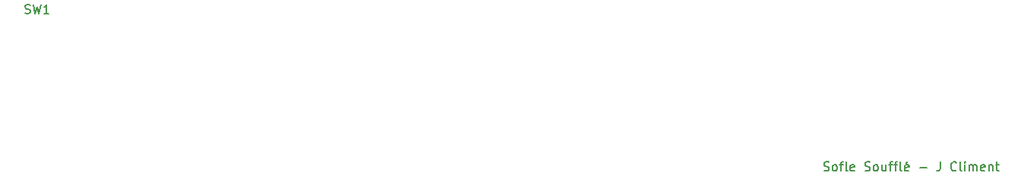
<source format=gto>
G04 #@! TF.GenerationSoftware,KiCad,Pcbnew,(6.0.2-0)*
G04 #@! TF.CreationDate,2022-02-19T09:24:14+00:00*
G04 #@! TF.ProjectId,SofleKeyboardTopPlate,536f666c-654b-4657-9962-6f617264546f,rev?*
G04 #@! TF.SameCoordinates,Original*
G04 #@! TF.FileFunction,Legend,Top*
G04 #@! TF.FilePolarity,Positive*
%FSLAX46Y46*%
G04 Gerber Fmt 4.6, Leading zero omitted, Abs format (unit mm)*
G04 Created by KiCad (PCBNEW (6.0.2-0)) date 2022-02-19 09:24:14*
%MOMM*%
%LPD*%
G01*
G04 APERTURE LIST*
%ADD10C,0.200000*%
%ADD11C,0.150000*%
%ADD12C,0.010000*%
%ADD13C,5.100000*%
%ADD14C,2.400000*%
G04 APERTURE END LIST*
D10*
X186920714Y-128305761D02*
X187063571Y-128353380D01*
X187301666Y-128353380D01*
X187396904Y-128305761D01*
X187444523Y-128258142D01*
X187492142Y-128162904D01*
X187492142Y-128067666D01*
X187444523Y-127972428D01*
X187396904Y-127924809D01*
X187301666Y-127877190D01*
X187111190Y-127829571D01*
X187015952Y-127781952D01*
X186968333Y-127734333D01*
X186920714Y-127639095D01*
X186920714Y-127543857D01*
X186968333Y-127448619D01*
X187015952Y-127401000D01*
X187111190Y-127353380D01*
X187349285Y-127353380D01*
X187492142Y-127401000D01*
X188063571Y-128353380D02*
X187968333Y-128305761D01*
X187920714Y-128258142D01*
X187873095Y-128162904D01*
X187873095Y-127877190D01*
X187920714Y-127781952D01*
X187968333Y-127734333D01*
X188063571Y-127686714D01*
X188206428Y-127686714D01*
X188301666Y-127734333D01*
X188349285Y-127781952D01*
X188396904Y-127877190D01*
X188396904Y-128162904D01*
X188349285Y-128258142D01*
X188301666Y-128305761D01*
X188206428Y-128353380D01*
X188063571Y-128353380D01*
X188682619Y-127686714D02*
X189063571Y-127686714D01*
X188825476Y-128353380D02*
X188825476Y-127496238D01*
X188873095Y-127401000D01*
X188968333Y-127353380D01*
X189063571Y-127353380D01*
X189539761Y-128353380D02*
X189444523Y-128305761D01*
X189396904Y-128210523D01*
X189396904Y-127353380D01*
X190301666Y-128305761D02*
X190206428Y-128353380D01*
X190015952Y-128353380D01*
X189920714Y-128305761D01*
X189873095Y-128210523D01*
X189873095Y-127829571D01*
X189920714Y-127734333D01*
X190015952Y-127686714D01*
X190206428Y-127686714D01*
X190301666Y-127734333D01*
X190349285Y-127829571D01*
X190349285Y-127924809D01*
X189873095Y-128020047D01*
X191492142Y-128305761D02*
X191635000Y-128353380D01*
X191873095Y-128353380D01*
X191968333Y-128305761D01*
X192015952Y-128258142D01*
X192063571Y-128162904D01*
X192063571Y-128067666D01*
X192015952Y-127972428D01*
X191968333Y-127924809D01*
X191873095Y-127877190D01*
X191682619Y-127829571D01*
X191587380Y-127781952D01*
X191539761Y-127734333D01*
X191492142Y-127639095D01*
X191492142Y-127543857D01*
X191539761Y-127448619D01*
X191587380Y-127401000D01*
X191682619Y-127353380D01*
X191920714Y-127353380D01*
X192063571Y-127401000D01*
X192635000Y-128353380D02*
X192539761Y-128305761D01*
X192492142Y-128258142D01*
X192444523Y-128162904D01*
X192444523Y-127877190D01*
X192492142Y-127781952D01*
X192539761Y-127734333D01*
X192635000Y-127686714D01*
X192777857Y-127686714D01*
X192873095Y-127734333D01*
X192920714Y-127781952D01*
X192968333Y-127877190D01*
X192968333Y-128162904D01*
X192920714Y-128258142D01*
X192873095Y-128305761D01*
X192777857Y-128353380D01*
X192635000Y-128353380D01*
X193825476Y-127686714D02*
X193825476Y-128353380D01*
X193396904Y-127686714D02*
X193396904Y-128210523D01*
X193444523Y-128305761D01*
X193539761Y-128353380D01*
X193682619Y-128353380D01*
X193777857Y-128305761D01*
X193825476Y-128258142D01*
X194158809Y-127686714D02*
X194539761Y-127686714D01*
X194301666Y-128353380D02*
X194301666Y-127496238D01*
X194349285Y-127401000D01*
X194444523Y-127353380D01*
X194539761Y-127353380D01*
X194730238Y-127686714D02*
X195111190Y-127686714D01*
X194873095Y-128353380D02*
X194873095Y-127496238D01*
X194920714Y-127401000D01*
X195015952Y-127353380D01*
X195111190Y-127353380D01*
X195587380Y-128353380D02*
X195492142Y-128305761D01*
X195444523Y-128210523D01*
X195444523Y-127353380D01*
X196349285Y-128305761D02*
X196254047Y-128353380D01*
X196063571Y-128353380D01*
X195968333Y-128305761D01*
X195920714Y-128210523D01*
X195920714Y-127829571D01*
X195968333Y-127734333D01*
X196063571Y-127686714D01*
X196254047Y-127686714D01*
X196349285Y-127734333D01*
X196396904Y-127829571D01*
X196396904Y-127924809D01*
X195920714Y-128020047D01*
X196254047Y-127305761D02*
X196111190Y-127448619D01*
X197587380Y-127972428D02*
X198349285Y-127972428D01*
X199873095Y-127353380D02*
X199873095Y-128067666D01*
X199825476Y-128210523D01*
X199730238Y-128305761D01*
X199587380Y-128353380D01*
X199492142Y-128353380D01*
X201682619Y-128258142D02*
X201635000Y-128305761D01*
X201492142Y-128353380D01*
X201396904Y-128353380D01*
X201254047Y-128305761D01*
X201158809Y-128210523D01*
X201111190Y-128115285D01*
X201063571Y-127924809D01*
X201063571Y-127781952D01*
X201111190Y-127591476D01*
X201158809Y-127496238D01*
X201254047Y-127401000D01*
X201396904Y-127353380D01*
X201492142Y-127353380D01*
X201635000Y-127401000D01*
X201682619Y-127448619D01*
X202254047Y-128353380D02*
X202158809Y-128305761D01*
X202111190Y-128210523D01*
X202111190Y-127353380D01*
X202635000Y-128353380D02*
X202635000Y-127686714D01*
X202635000Y-127353380D02*
X202587380Y-127401000D01*
X202635000Y-127448619D01*
X202682619Y-127401000D01*
X202635000Y-127353380D01*
X202635000Y-127448619D01*
X203111190Y-128353380D02*
X203111190Y-127686714D01*
X203111190Y-127781952D02*
X203158809Y-127734333D01*
X203254047Y-127686714D01*
X203396904Y-127686714D01*
X203492142Y-127734333D01*
X203539761Y-127829571D01*
X203539761Y-128353380D01*
X203539761Y-127829571D02*
X203587380Y-127734333D01*
X203682619Y-127686714D01*
X203825476Y-127686714D01*
X203920714Y-127734333D01*
X203968333Y-127829571D01*
X203968333Y-128353380D01*
X204825476Y-128305761D02*
X204730238Y-128353380D01*
X204539761Y-128353380D01*
X204444523Y-128305761D01*
X204396904Y-128210523D01*
X204396904Y-127829571D01*
X204444523Y-127734333D01*
X204539761Y-127686714D01*
X204730238Y-127686714D01*
X204825476Y-127734333D01*
X204873095Y-127829571D01*
X204873095Y-127924809D01*
X204396904Y-128020047D01*
X205301666Y-127686714D02*
X205301666Y-128353380D01*
X205301666Y-127781952D02*
X205349285Y-127734333D01*
X205444523Y-127686714D01*
X205587380Y-127686714D01*
X205682619Y-127734333D01*
X205730238Y-127829571D01*
X205730238Y-128353380D01*
X206063571Y-127686714D02*
X206444523Y-127686714D01*
X206206428Y-127353380D02*
X206206428Y-128210523D01*
X206254047Y-128305761D01*
X206349285Y-128353380D01*
X206444523Y-128353380D01*
D11*
X97886666Y-110740761D02*
X98029523Y-110788380D01*
X98267619Y-110788380D01*
X98362857Y-110740761D01*
X98410476Y-110693142D01*
X98458095Y-110597904D01*
X98458095Y-110502666D01*
X98410476Y-110407428D01*
X98362857Y-110359809D01*
X98267619Y-110312190D01*
X98077142Y-110264571D01*
X97981904Y-110216952D01*
X97934285Y-110169333D01*
X97886666Y-110074095D01*
X97886666Y-109978857D01*
X97934285Y-109883619D01*
X97981904Y-109836000D01*
X98077142Y-109788380D01*
X98315238Y-109788380D01*
X98458095Y-109836000D01*
X98791428Y-109788380D02*
X99029523Y-110788380D01*
X99220000Y-110074095D01*
X99410476Y-110788380D01*
X99648571Y-109788380D01*
X100553333Y-110788380D02*
X99981904Y-110788380D01*
X100267619Y-110788380D02*
X100267619Y-109788380D01*
X100172380Y-109931238D01*
X100077142Y-110026476D01*
X99981904Y-110074095D01*
%LPC*%
D12*
X112468318Y-116856032D02*
X112496566Y-116900878D01*
X112496566Y-116900878D02*
X112527606Y-116970368D01*
X112527606Y-116970368D02*
X112541278Y-117005363D01*
X112541278Y-117005363D02*
X112563844Y-117061544D01*
X112563844Y-117061544D02*
X112584741Y-117107842D01*
X112584741Y-117107842D02*
X112601739Y-117139691D01*
X112601739Y-117139691D02*
X112612612Y-117152526D01*
X112612612Y-117152526D02*
X112613125Y-117152595D01*
X112613125Y-117152595D02*
X112624513Y-117164147D01*
X112624513Y-117164147D02*
X112628992Y-117195160D01*
X112628992Y-117195160D02*
X112629000Y-117196792D01*
X112629000Y-117196792D02*
X112633997Y-117238612D01*
X112633997Y-117238612D02*
X112646270Y-117283809D01*
X112646270Y-117283809D02*
X112648708Y-117290243D01*
X112648708Y-117290243D02*
X112657080Y-117314436D01*
X112657080Y-117314436D02*
X112661426Y-117339074D01*
X112661426Y-117339074D02*
X112661778Y-117370171D01*
X112661778Y-117370171D02*
X112658165Y-117413743D01*
X112658165Y-117413743D02*
X112650616Y-117475805D01*
X112650616Y-117475805D02*
X112649658Y-117483171D01*
X112649658Y-117483171D02*
X112630898Y-117626841D01*
X112630898Y-117626841D02*
X112771872Y-117811995D01*
X112771872Y-117811995D02*
X112816855Y-117871074D01*
X112816855Y-117871074D02*
X112856325Y-117922909D01*
X112856325Y-117922909D02*
X112887787Y-117964224D01*
X112887787Y-117964224D02*
X112908748Y-117991744D01*
X112908748Y-117991744D02*
X112916674Y-118002143D01*
X112916674Y-118002143D02*
X112930704Y-118002137D01*
X112930704Y-118002137D02*
X112962604Y-117995278D01*
X112962604Y-117995278D02*
X113006384Y-117983427D01*
X113006384Y-117983427D02*
X113056058Y-117968447D01*
X113056058Y-117968447D02*
X113105637Y-117952200D01*
X113105637Y-117952200D02*
X113149132Y-117936549D01*
X113149132Y-117936549D02*
X113180556Y-117923356D01*
X113180556Y-117923356D02*
X113192376Y-117916398D01*
X113192376Y-117916398D02*
X113213102Y-117890792D01*
X113213102Y-117890792D02*
X113237849Y-117849920D01*
X113237849Y-117849920D02*
X113262846Y-117801484D01*
X113262846Y-117801484D02*
X113284324Y-117753187D01*
X113284324Y-117753187D02*
X113298511Y-117712730D01*
X113298511Y-117712730D02*
X113302100Y-117692268D01*
X113302100Y-117692268D02*
X113310261Y-117663887D01*
X113310261Y-117663887D02*
X113329639Y-117650151D01*
X113329639Y-117650151D02*
X113352574Y-117655704D01*
X113352574Y-117655704D02*
X113356610Y-117659230D01*
X113356610Y-117659230D02*
X113364711Y-117677419D01*
X113364711Y-117677419D02*
X113355756Y-117698844D01*
X113355756Y-117698844D02*
X113346490Y-117726125D01*
X113346490Y-117726125D02*
X113340922Y-117766532D01*
X113340922Y-117766532D02*
X113340200Y-117786571D01*
X113340200Y-117786571D02*
X113343946Y-117830386D01*
X113343946Y-117830386D02*
X113356701Y-117854353D01*
X113356701Y-117854353D02*
X113380732Y-117858956D01*
X113380732Y-117858956D02*
X113418311Y-117844678D01*
X113418311Y-117844678D02*
X113468845Y-117813918D01*
X113468845Y-117813918D02*
X113513550Y-117784694D01*
X113513550Y-117784694D02*
X113542006Y-117768692D01*
X113542006Y-117768692D02*
X113558757Y-117764548D01*
X113558757Y-117764548D02*
X113568347Y-117770898D01*
X113568347Y-117770898D02*
X113573832Y-117782396D01*
X113573832Y-117782396D02*
X113575613Y-117810223D01*
X113575613Y-117810223D02*
X113556343Y-117824436D01*
X113556343Y-117824436D02*
X113543717Y-117825700D01*
X113543717Y-117825700D02*
X113521223Y-117835822D01*
X113521223Y-117835822D02*
X113493807Y-117861034D01*
X113493807Y-117861034D02*
X113467696Y-117893604D01*
X113467696Y-117893604D02*
X113449118Y-117925800D01*
X113449118Y-117925800D02*
X113444172Y-117949289D01*
X113444172Y-117949289D02*
X113457575Y-117967955D01*
X113457575Y-117967955D02*
X113485790Y-117988072D01*
X113485790Y-117988072D02*
X113520392Y-118005490D01*
X113520392Y-118005490D02*
X113552955Y-118016061D01*
X113552955Y-118016061D02*
X113575055Y-118015635D01*
X113575055Y-118015635D02*
X113576715Y-118014560D01*
X113576715Y-118014560D02*
X113598588Y-118008743D01*
X113598588Y-118008743D02*
X113621269Y-118016223D01*
X113621269Y-118016223D02*
X113632097Y-118032685D01*
X113632097Y-118032685D02*
X113632105Y-118033433D01*
X113632105Y-118033433D02*
X113623737Y-118063269D01*
X113623737Y-118063269D02*
X113602707Y-118073722D01*
X113602707Y-118073722D02*
X113583950Y-118068311D01*
X113583950Y-118068311D02*
X113551941Y-118058136D01*
X113551941Y-118058136D02*
X113511157Y-118053960D01*
X113511157Y-118053960D02*
X113470043Y-118055474D01*
X113470043Y-118055474D02*
X113437045Y-118062373D01*
X113437045Y-118062373D02*
X113420648Y-118074245D01*
X113420648Y-118074245D02*
X113424824Y-118093525D01*
X113424824Y-118093525D02*
X113442994Y-118121735D01*
X113442994Y-118121735D02*
X113469145Y-118152156D01*
X113469145Y-118152156D02*
X113497265Y-118178069D01*
X113497265Y-118178069D02*
X113521341Y-118192755D01*
X113521341Y-118192755D02*
X113527810Y-118194000D01*
X113527810Y-118194000D02*
X113540501Y-118202785D01*
X113540501Y-118202785D02*
X113540970Y-118222531D01*
X113540970Y-118222531D02*
X113531464Y-118243321D01*
X113531464Y-118243321D02*
X113514228Y-118255239D01*
X113514228Y-118255239D02*
X113513924Y-118255299D01*
X113513924Y-118255299D02*
X113491724Y-118249040D01*
X113491724Y-118249040D02*
X113484287Y-118234805D01*
X113484287Y-118234805D02*
X113470162Y-118218503D01*
X113470162Y-118218503D02*
X113438302Y-118196374D01*
X113438302Y-118196374D02*
X113394773Y-118171464D01*
X113394773Y-118171464D02*
X113345638Y-118146819D01*
X113345638Y-118146819D02*
X113296963Y-118125484D01*
X113296963Y-118125484D02*
X113254813Y-118110507D01*
X113254813Y-118110507D02*
X113225696Y-118104933D01*
X113225696Y-118104933D02*
X113202049Y-118106720D01*
X113202049Y-118106720D02*
X113158811Y-118111741D01*
X113158811Y-118111741D02*
X113101485Y-118119294D01*
X113101485Y-118119294D02*
X113035573Y-118128677D01*
X113035573Y-118128677D02*
X113012794Y-118132069D01*
X113012794Y-118132069D02*
X112948186Y-118141436D01*
X112948186Y-118141436D02*
X112893188Y-118148728D01*
X112893188Y-118148728D02*
X112852344Y-118153395D01*
X112852344Y-118153395D02*
X112830198Y-118154888D01*
X112830198Y-118154888D02*
X112827582Y-118154461D01*
X112827582Y-118154461D02*
X112819850Y-118142453D01*
X112819850Y-118142453D02*
X112801297Y-118112898D01*
X112801297Y-118112898D02*
X112774459Y-118069852D01*
X112774459Y-118069852D02*
X112741868Y-118017373D01*
X112741868Y-118017373D02*
X112731033Y-117999887D01*
X112731033Y-117999887D02*
X112697281Y-117946209D01*
X112697281Y-117946209D02*
X112668348Y-117901739D01*
X112668348Y-117901739D02*
X112646750Y-117870227D01*
X112646750Y-117870227D02*
X112635004Y-117855425D01*
X112635004Y-117855425D02*
X112633718Y-117854847D01*
X112633718Y-117854847D02*
X112633221Y-117868252D01*
X112633221Y-117868252D02*
X112634225Y-117903575D01*
X112634225Y-117903575D02*
X112636569Y-117957393D01*
X112636569Y-117957393D02*
X112640092Y-118026278D01*
X112640092Y-118026278D02*
X112644630Y-118106805D01*
X112644630Y-118106805D02*
X112649195Y-118182310D01*
X112649195Y-118182310D02*
X112669293Y-118505150D01*
X112669293Y-118505150D02*
X112541235Y-118750899D01*
X112541235Y-118750899D02*
X112504146Y-118823453D01*
X112504146Y-118823453D02*
X112472074Y-118888857D01*
X112472074Y-118888857D02*
X112446605Y-118943654D01*
X112446605Y-118943654D02*
X112429321Y-118984389D01*
X112429321Y-118984389D02*
X112421808Y-119007605D01*
X112421808Y-119007605D02*
X112421914Y-119011249D01*
X112421914Y-119011249D02*
X112431650Y-119025371D01*
X112431650Y-119025371D02*
X112454103Y-119056880D01*
X112454103Y-119056880D02*
X112487019Y-119102643D01*
X112487019Y-119102643D02*
X112528142Y-119159531D01*
X112528142Y-119159531D02*
X112575217Y-119224410D01*
X112575217Y-119224410D02*
X112599930Y-119258386D01*
X112599930Y-119258386D02*
X112648738Y-119325707D01*
X112648738Y-119325707D02*
X112692293Y-119386305D01*
X112692293Y-119386305D02*
X112728431Y-119437125D01*
X112728431Y-119437125D02*
X112754987Y-119475114D01*
X112754987Y-119475114D02*
X112769797Y-119497217D01*
X112769797Y-119497217D02*
X112772128Y-119501381D01*
X112772128Y-119501381D02*
X112763186Y-119511580D01*
X112763186Y-119511580D02*
X112736520Y-119534363D01*
X112736520Y-119534363D02*
X112695007Y-119567460D01*
X112695007Y-119567460D02*
X112641525Y-119608601D01*
X112641525Y-119608601D02*
X112578953Y-119655513D01*
X112578953Y-119655513D02*
X112546450Y-119679476D01*
X112546450Y-119679476D02*
X112480158Y-119728368D01*
X112480158Y-119728368D02*
X112421118Y-119772442D01*
X112421118Y-119772442D02*
X112372304Y-119809436D01*
X112372304Y-119809436D02*
X112336686Y-119837088D01*
X112336686Y-119837088D02*
X112317237Y-119853136D01*
X112317237Y-119853136D02*
X112314524Y-119856032D01*
X112314524Y-119856032D02*
X112321771Y-119869292D01*
X112321771Y-119869292D02*
X112345480Y-119890562D01*
X112345480Y-119890562D02*
X112379775Y-119915763D01*
X112379775Y-119915763D02*
X112418777Y-119940821D01*
X112418777Y-119940821D02*
X112456608Y-119961657D01*
X112456608Y-119961657D02*
X112482950Y-119972839D01*
X112482950Y-119972839D02*
X112528836Y-119981922D01*
X112528836Y-119981922D02*
X112594894Y-119986321D01*
X112594894Y-119986321D02*
X112660750Y-119986175D01*
X112660750Y-119986175D02*
X112721907Y-119983721D01*
X112721907Y-119983721D02*
X112763276Y-119979641D01*
X112763276Y-119979641D02*
X112790462Y-119972895D01*
X112790462Y-119972895D02*
X112809070Y-119962443D01*
X112809070Y-119962443D02*
X112814715Y-119957604D01*
X112814715Y-119957604D02*
X112835302Y-119941050D01*
X112835302Y-119941050D02*
X112849568Y-119942003D01*
X112849568Y-119942003D02*
X112863071Y-119953885D01*
X112863071Y-119953885D02*
X112877095Y-119977517D01*
X112877095Y-119977517D02*
X112877380Y-119993726D01*
X112877380Y-119993726D02*
X112871043Y-120013187D01*
X112871043Y-120013187D02*
X112870300Y-120017488D01*
X112870300Y-120017488D02*
X112859231Y-120021205D01*
X112859231Y-120021205D02*
X112832531Y-120022798D01*
X112832531Y-120022798D02*
X112831777Y-120022800D01*
X112831777Y-120022800D02*
X112798477Y-120028577D01*
X112798477Y-120028577D02*
X112755350Y-120043359D01*
X112755350Y-120043359D02*
X112729393Y-120055161D01*
X112729393Y-120055161D02*
X112692523Y-120075540D01*
X112692523Y-120075540D02*
X112674043Y-120092044D01*
X112674043Y-120092044D02*
X112668813Y-120110357D01*
X112668813Y-120110357D02*
X112669490Y-120121379D01*
X112669490Y-120121379D02*
X112677655Y-120144615D01*
X112677655Y-120144615D02*
X112699454Y-120166699D01*
X112699454Y-120166699D02*
X112739752Y-120192414D01*
X112739752Y-120192414D02*
X112744498Y-120195095D01*
X112744498Y-120195095D02*
X112787395Y-120217607D01*
X112787395Y-120217607D02*
X112826172Y-120235330D01*
X112826172Y-120235330D02*
X112847872Y-120243067D01*
X112847872Y-120243067D02*
X112878086Y-120259217D01*
X112878086Y-120259217D02*
X112890480Y-120283960D01*
X112890480Y-120283960D02*
X112881664Y-120310159D01*
X112881664Y-120310159D02*
X112856736Y-120325852D01*
X112856736Y-120325852D02*
X112830588Y-120323340D01*
X112830588Y-120323340D02*
X112813604Y-120303630D01*
X112813604Y-120303630D02*
X112813580Y-120303557D01*
X112813580Y-120303557D02*
X112801439Y-120287989D01*
X112801439Y-120287989D02*
X112773234Y-120275518D01*
X112773234Y-120275518D02*
X112724350Y-120264119D01*
X112724350Y-120264119D02*
X112723189Y-120263899D01*
X112723189Y-120263899D02*
X112678200Y-120256096D01*
X112678200Y-120256096D02*
X112651146Y-120254285D01*
X112651146Y-120254285D02*
X112635149Y-120259023D01*
X112635149Y-120259023D02*
X112623334Y-120270867D01*
X112623334Y-120270867D02*
X112622418Y-120272067D01*
X112622418Y-120272067D02*
X112610412Y-120291540D01*
X112610412Y-120291540D02*
X112605086Y-120313828D01*
X112605086Y-120313828D02*
X112605776Y-120346397D01*
X112605776Y-120346397D02*
X112611529Y-120394609D01*
X112611529Y-120394609D02*
X112620705Y-120435200D01*
X112620705Y-120435200D02*
X112635434Y-120455337D01*
X112635434Y-120455337D02*
X112643307Y-120458700D01*
X112643307Y-120458700D02*
X112659654Y-120468329D01*
X112659654Y-120468329D02*
X112658173Y-120489066D01*
X112658173Y-120489066D02*
X112656220Y-120494693D01*
X112656220Y-120494693D02*
X112637518Y-120521723D01*
X112637518Y-120521723D02*
X112613584Y-120529086D01*
X112613584Y-120529086D02*
X112592108Y-120516570D01*
X112592108Y-120516570D02*
X112582858Y-120496699D01*
X112582858Y-120496699D02*
X112572533Y-120464443D01*
X112572533Y-120464443D02*
X112555996Y-120421388D01*
X112555996Y-120421388D02*
X112545199Y-120395925D01*
X112545199Y-120395925D02*
X112523494Y-120354148D01*
X112523494Y-120354148D02*
X112502400Y-120331869D01*
X112502400Y-120331869D02*
X112483907Y-120324674D01*
X112483907Y-120324674D02*
X112465938Y-120323182D01*
X112465938Y-120323182D02*
X112453424Y-120330440D01*
X112453424Y-120330440D02*
X112442552Y-120351456D01*
X112442552Y-120351456D02*
X112429509Y-120391235D01*
X112429509Y-120391235D02*
X112427077Y-120399305D01*
X112427077Y-120399305D02*
X112415515Y-120445116D01*
X112415515Y-120445116D02*
X112409396Y-120484470D01*
X112409396Y-120484470D02*
X112409781Y-120506780D01*
X112409781Y-120506780D02*
X112407636Y-120534634D01*
X112407636Y-120534634D02*
X112389993Y-120551417D01*
X112389993Y-120551417D02*
X112365441Y-120554110D01*
X112365441Y-120554110D02*
X112342573Y-120539697D01*
X112342573Y-120539697D02*
X112337613Y-120532133D01*
X112337613Y-120532133D02*
X112332358Y-120507782D01*
X112332358Y-120507782D02*
X112344852Y-120491370D01*
X112344852Y-120491370D02*
X112353811Y-120480222D01*
X112353811Y-120480222D02*
X112358885Y-120461795D01*
X112358885Y-120461795D02*
X112360451Y-120431159D01*
X112360451Y-120431159D02*
X112358886Y-120383383D01*
X112358886Y-120383383D02*
X112356369Y-120340811D01*
X112356369Y-120340811D02*
X112352863Y-120290646D01*
X112352863Y-120290646D02*
X112348217Y-120250358D01*
X112348217Y-120250358D02*
X112340348Y-120215756D01*
X112340348Y-120215756D02*
X112327173Y-120182648D01*
X112327173Y-120182648D02*
X112306611Y-120146843D01*
X112306611Y-120146843D02*
X112276578Y-120104149D01*
X112276578Y-120104149D02*
X112234991Y-120050374D01*
X112234991Y-120050374D02*
X112179767Y-119981327D01*
X112179767Y-119981327D02*
X112174478Y-119974744D01*
X112174478Y-119974744D02*
X112142793Y-119936556D01*
X112142793Y-119936556D02*
X112118581Y-119907072D01*
X112118581Y-119907072D02*
X112103060Y-119883175D01*
X112103060Y-119883175D02*
X112097445Y-119861746D01*
X112097445Y-119861746D02*
X112102952Y-119839667D01*
X112102952Y-119839667D02*
X112120798Y-119813818D01*
X112120798Y-119813818D02*
X112152198Y-119781081D01*
X112152198Y-119781081D02*
X112198368Y-119738338D01*
X112198368Y-119738338D02*
X112260525Y-119682471D01*
X112260525Y-119682471D02*
X112303648Y-119643490D01*
X112303648Y-119643490D02*
X112479946Y-119483215D01*
X112479946Y-119483215D02*
X112374883Y-119384707D01*
X112374883Y-119384707D02*
X112332446Y-119345541D01*
X112332446Y-119345541D02*
X112296790Y-119313801D01*
X112296790Y-119313801D02*
X112271922Y-119292976D01*
X112271922Y-119292976D02*
X112262084Y-119286448D01*
X112262084Y-119286448D02*
X112252540Y-119296630D01*
X112252540Y-119296630D02*
X112232898Y-119323920D01*
X112232898Y-119323920D02*
X112206327Y-119363764D01*
X112206327Y-119363764D02*
X112184966Y-119397224D01*
X112184966Y-119397224D02*
X112125908Y-119480294D01*
X112125908Y-119480294D02*
X112051258Y-119568610D01*
X112051258Y-119568610D02*
X111967686Y-119655183D01*
X111967686Y-119655183D02*
X111881860Y-119733026D01*
X111881860Y-119733026D02*
X111814314Y-119785560D01*
X111814314Y-119785560D02*
X111744594Y-119829960D01*
X111744594Y-119829960D02*
X111661176Y-119875371D01*
X111661176Y-119875371D02*
X111572621Y-119917697D01*
X111572621Y-119917697D02*
X111487488Y-119952837D01*
X111487488Y-119952837D02*
X111416150Y-119976214D01*
X111416150Y-119976214D02*
X111330402Y-119994799D01*
X111330402Y-119994799D02*
X111233572Y-120008921D01*
X111233572Y-120008921D02*
X111135518Y-120017588D01*
X111135518Y-120017588D02*
X111046103Y-120019808D01*
X111046103Y-120019808D02*
X111002867Y-120017816D01*
X111002867Y-120017816D02*
X110850972Y-119992813D01*
X110850972Y-119992813D02*
X110704418Y-119944030D01*
X110704418Y-119944030D02*
X110565297Y-119872877D01*
X110565297Y-119872877D02*
X110435702Y-119780765D01*
X110435702Y-119780765D02*
X110317724Y-119669106D01*
X110317724Y-119669106D02*
X110213454Y-119539309D01*
X110213454Y-119539309D02*
X110153483Y-119444950D01*
X110153483Y-119444950D02*
X110124210Y-119394150D01*
X110124210Y-119394150D02*
X110159446Y-119438600D01*
X110159446Y-119438600D02*
X110202444Y-119488400D01*
X110202444Y-119488400D02*
X110257761Y-119546071D01*
X110257761Y-119546071D02*
X110319775Y-119606340D01*
X110319775Y-119606340D02*
X110382862Y-119663931D01*
X110382862Y-119663931D02*
X110441399Y-119713569D01*
X110441399Y-119713569D02*
X110489763Y-119749981D01*
X110489763Y-119749981D02*
X110495400Y-119753721D01*
X110495400Y-119753721D02*
X110621824Y-119822651D01*
X110621824Y-119822651D02*
X110754971Y-119870911D01*
X110754971Y-119870911D02*
X110891051Y-119897852D01*
X110891051Y-119897852D02*
X111026274Y-119902823D01*
X111026274Y-119902823D02*
X111156851Y-119885173D01*
X111156851Y-119885173D02*
X111197955Y-119874369D01*
X111197955Y-119874369D02*
X111277725Y-119845860D01*
X111277725Y-119845860D02*
X111367993Y-119805771D01*
X111367993Y-119805771D02*
X111459584Y-119758592D01*
X111459584Y-119758592D02*
X111543325Y-119708812D01*
X111543325Y-119708812D02*
X111563337Y-119695550D01*
X111563337Y-119695550D02*
X111631796Y-119645689D01*
X111631796Y-119645689D02*
X111693117Y-119593145D01*
X111693117Y-119593145D02*
X111750341Y-119534288D01*
X111750341Y-119534288D02*
X111806512Y-119465490D01*
X111806512Y-119465490D02*
X111864670Y-119383122D01*
X111864670Y-119383122D02*
X111927859Y-119283556D01*
X111927859Y-119283556D02*
X111975154Y-119204344D01*
X111975154Y-119204344D02*
X112049200Y-119078039D01*
X112049200Y-119078039D02*
X111929525Y-118966936D01*
X111929525Y-118966936D02*
X111884749Y-118926694D01*
X111884749Y-118926694D02*
X111847051Y-118895325D01*
X111847051Y-118895325D02*
X111819951Y-118875572D01*
X111819951Y-118875572D02*
X111806967Y-118870175D01*
X111806967Y-118870175D02*
X111806388Y-118870991D01*
X111806388Y-118870991D02*
X111803936Y-118888795D01*
X111803936Y-118888795D02*
X111799714Y-118926592D01*
X111799714Y-118926592D02*
X111794284Y-118979084D01*
X111794284Y-118979084D02*
X111788212Y-119040971D01*
X111788212Y-119040971D02*
X111787338Y-119050129D01*
X111787338Y-119050129D02*
X111771750Y-119214109D01*
X111771750Y-119214109D02*
X111567948Y-119017576D01*
X111567948Y-119017576D02*
X111498935Y-118951500D01*
X111498935Y-118951500D02*
X111444894Y-118901121D01*
X111444894Y-118901121D02*
X111402920Y-118864089D01*
X111402920Y-118864089D02*
X111370107Y-118838058D01*
X111370107Y-118838058D02*
X111343550Y-118820680D01*
X111343550Y-118820680D02*
X111320343Y-118809608D01*
X111320343Y-118809608D02*
X111303751Y-118804132D01*
X111303751Y-118804132D02*
X111258100Y-118796084D01*
X111258100Y-118796084D02*
X111201559Y-118792868D01*
X111201559Y-118792868D02*
X111141141Y-118794064D01*
X111141141Y-118794064D02*
X111083857Y-118799253D01*
X111083857Y-118799253D02*
X111036719Y-118808016D01*
X111036719Y-118808016D02*
X111006737Y-118819934D01*
X111006737Y-118819934D02*
X111004069Y-118822043D01*
X111004069Y-118822043D02*
X110983436Y-118834646D01*
X110983436Y-118834646D02*
X110962959Y-118827093D01*
X110962959Y-118827093D02*
X110959856Y-118824883D01*
X110959856Y-118824883D02*
X110942131Y-118800751D01*
X110942131Y-118800751D02*
X110944941Y-118776377D01*
X110944941Y-118776377D02*
X110965741Y-118760520D01*
X110965741Y-118760520D02*
X110979151Y-118758509D01*
X110979151Y-118758509D02*
X111009008Y-118753155D01*
X111009008Y-118753155D02*
X111049243Y-118740243D01*
X111049243Y-118740243D02*
X111091479Y-118723207D01*
X111091479Y-118723207D02*
X111127340Y-118705477D01*
X111127340Y-118705477D02*
X111148451Y-118690486D01*
X111148451Y-118690486D02*
X111149921Y-118688536D01*
X111149921Y-118688536D02*
X111155294Y-118658468D01*
X111155294Y-118658468D02*
X111135513Y-118626683D01*
X111135513Y-118626683D02*
X111090754Y-118593400D01*
X111090754Y-118593400D02*
X111064154Y-118578828D01*
X111064154Y-118578828D02*
X111020867Y-118557441D01*
X111020867Y-118557441D02*
X110984190Y-118540466D01*
X110984190Y-118540466D02*
X110962125Y-118531602D01*
X110962125Y-118531602D02*
X110943911Y-118515337D01*
X110943911Y-118515337D02*
X110941380Y-118488868D01*
X110941380Y-118488868D02*
X110955140Y-118463239D01*
X110955140Y-118463239D02*
X110980798Y-118448845D01*
X110980798Y-118448845D02*
X111001716Y-118457471D01*
X111001716Y-118457471D02*
X111009285Y-118471935D01*
X111009285Y-118471935D02*
X111024965Y-118489818D01*
X111024965Y-118489818D02*
X111061654Y-118506069D01*
X111061654Y-118506069D02*
X111095866Y-118515859D01*
X111095866Y-118515859D02*
X111139206Y-118526226D01*
X111139206Y-118526226D02*
X111165495Y-118529600D01*
X111165495Y-118529600D02*
X111182190Y-118525658D01*
X111182190Y-118525658D02*
X111196749Y-118514075D01*
X111196749Y-118514075D02*
X111199523Y-118511347D01*
X111199523Y-118511347D02*
X111216271Y-118479710D01*
X111216271Y-118479710D02*
X111222718Y-118435250D01*
X111222718Y-118435250D02*
X111219215Y-118388065D01*
X111219215Y-118388065D02*
X111206112Y-118348249D01*
X111206112Y-118348249D02*
X111193287Y-118331664D01*
X111193287Y-118331664D02*
X111171269Y-118302124D01*
X111171269Y-118302124D02*
X111173407Y-118273306D01*
X111173407Y-118273306D02*
X111182270Y-118261509D01*
X111182270Y-118261509D02*
X111204803Y-118252544D01*
X111204803Y-118252544D02*
X111229280Y-118258461D01*
X111229280Y-118258461D02*
X111243943Y-118275549D01*
X111243943Y-118275549D02*
X111244698Y-118281206D01*
X111244698Y-118281206D02*
X111249561Y-118302947D01*
X111249561Y-118302947D02*
X111262284Y-118339628D01*
X111262284Y-118339628D02*
X111279274Y-118381325D01*
X111279274Y-118381325D02*
X111299313Y-118424297D01*
X111299313Y-118424297D02*
X111315211Y-118448435D01*
X111315211Y-118448435D02*
X111331327Y-118458838D01*
X111331327Y-118458838D02*
X111347115Y-118460700D01*
X111347115Y-118460700D02*
X111366407Y-118458006D01*
X111366407Y-118458006D02*
X111380029Y-118446183D01*
X111380029Y-118446183D02*
X111392163Y-118419615D01*
X111392163Y-118419615D02*
X111403165Y-118385438D01*
X111403165Y-118385438D02*
X111414289Y-118340956D01*
X111414289Y-118340956D02*
X111419745Y-118302878D01*
X111419745Y-118302878D02*
X111419022Y-118283672D01*
X111419022Y-118283672D02*
X111421827Y-118256694D01*
X111421827Y-118256694D02*
X111440511Y-118240385D01*
X111440511Y-118240385D02*
X111466304Y-118239270D01*
X111466304Y-118239270D02*
X111484058Y-118250115D01*
X111484058Y-118250115D02*
X111497503Y-118270616D01*
X111497503Y-118270616D02*
X111490508Y-118293045D01*
X111490508Y-118293045D02*
X111488926Y-118295632D01*
X111488926Y-118295632D02*
X111480985Y-118322301D01*
X111480985Y-118322301D02*
X111475677Y-118370609D01*
X111475677Y-118370609D02*
X111473369Y-118436894D01*
X111473369Y-118436894D02*
X111473300Y-118452131D01*
X111473300Y-118452131D02*
X111473300Y-118583608D01*
X111473300Y-118583608D02*
X111571458Y-118719758D01*
X111571458Y-118719758D02*
X111607263Y-118769889D01*
X111607263Y-118769889D02*
X111634070Y-118805877D01*
X111634070Y-118805877D02*
X111653623Y-118826241D01*
X111653623Y-118826241D02*
X111667662Y-118829498D01*
X111667662Y-118829498D02*
X111677930Y-118814168D01*
X111677930Y-118814168D02*
X111686169Y-118778767D01*
X111686169Y-118778767D02*
X111694120Y-118721814D01*
X111694120Y-118721814D02*
X111703526Y-118641826D01*
X111703526Y-118641826D02*
X111708023Y-118603575D01*
X111708023Y-118603575D02*
X111716427Y-118536901D01*
X111716427Y-118536901D02*
X111724476Y-118480172D01*
X111724476Y-118480172D02*
X111731487Y-118437697D01*
X111731487Y-118437697D02*
X111736776Y-118413783D01*
X111736776Y-118413783D02*
X111738708Y-118410104D01*
X111738708Y-118410104D02*
X111750028Y-118418297D01*
X111750028Y-118418297D02*
X111777170Y-118441038D01*
X111777170Y-118441038D02*
X111817184Y-118475761D01*
X111817184Y-118475761D02*
X111867122Y-118519903D01*
X111867122Y-118519903D02*
X111924035Y-118570897D01*
X111924035Y-118570897D02*
X111935815Y-118581530D01*
X111935815Y-118581530D02*
X111993385Y-118633288D01*
X111993385Y-118633288D02*
X112044192Y-118678453D01*
X112044192Y-118678453D02*
X112085381Y-118714530D01*
X112085381Y-118714530D02*
X112114097Y-118739023D01*
X112114097Y-118739023D02*
X112127485Y-118749436D01*
X112127485Y-118749436D02*
X112128083Y-118749601D01*
X112128083Y-118749601D02*
X112128331Y-118736505D01*
X112128331Y-118736505D02*
X112127091Y-118702703D01*
X112127091Y-118702703D02*
X112124581Y-118652832D01*
X112124581Y-118652832D02*
X112121018Y-118591527D01*
X112121018Y-118591527D02*
X112119589Y-118568650D01*
X112119589Y-118568650D02*
X112116029Y-118500195D01*
X112116029Y-118500195D02*
X112114622Y-118435160D01*
X112114622Y-118435160D02*
X112115542Y-118367824D01*
X112115542Y-118367824D02*
X112118965Y-118292471D01*
X112118965Y-118292471D02*
X112125064Y-118203382D01*
X112125064Y-118203382D02*
X112134016Y-118094839D01*
X112134016Y-118094839D02*
X112134101Y-118093862D01*
X112134101Y-118093862D02*
X112141220Y-118009940D01*
X112141220Y-118009940D02*
X112147255Y-117934878D01*
X112147255Y-117934878D02*
X112151948Y-117872233D01*
X112151948Y-117872233D02*
X112155040Y-117825560D01*
X112155040Y-117825560D02*
X112156273Y-117798417D01*
X112156273Y-117798417D02*
X112155988Y-117792954D01*
X112155988Y-117792954D02*
X112144089Y-117797274D01*
X112144089Y-117797274D02*
X112114466Y-117811906D01*
X112114466Y-117811906D02*
X112071473Y-117834606D01*
X112071473Y-117834606D02*
X112019465Y-117863130D01*
X112019465Y-117863130D02*
X112014917Y-117865667D01*
X112014917Y-117865667D02*
X111962449Y-117894523D01*
X111962449Y-117894523D02*
X111918725Y-117917695D01*
X111918725Y-117917695D02*
X111888069Y-117932956D01*
X111888069Y-117932956D02*
X111874803Y-117938078D01*
X111874803Y-117938078D02*
X111874616Y-117937975D01*
X111874616Y-117937975D02*
X111854327Y-117912222D01*
X111854327Y-117912222D02*
X111822400Y-117874131D01*
X111822400Y-117874131D02*
X111782149Y-117827416D01*
X111782149Y-117827416D02*
X111736886Y-117775791D01*
X111736886Y-117775791D02*
X111689926Y-117722970D01*
X111689926Y-117722970D02*
X111644580Y-117672667D01*
X111644580Y-117672667D02*
X111604163Y-117628596D01*
X111604163Y-117628596D02*
X111571988Y-117594470D01*
X111571988Y-117594470D02*
X111551367Y-117574004D01*
X111551367Y-117574004D02*
X111546372Y-117570026D01*
X111546372Y-117570026D02*
X111503066Y-117550180D01*
X111503066Y-117550180D02*
X111452672Y-117532003D01*
X111452672Y-117532003D02*
X111402080Y-117517384D01*
X111402080Y-117517384D02*
X111358179Y-117508210D01*
X111358179Y-117508210D02*
X111327857Y-117506370D01*
X111327857Y-117506370D02*
X111320858Y-117508222D01*
X111320858Y-117508222D02*
X111295879Y-117510383D01*
X111295879Y-117510383D02*
X111277010Y-117495098D01*
X111277010Y-117495098D02*
X111272677Y-117470218D01*
X111272677Y-117470218D02*
X111274276Y-117464834D01*
X111274276Y-117464834D02*
X111283239Y-117455451D01*
X111283239Y-117455451D02*
X111304184Y-117451194D01*
X111304184Y-117451194D02*
X111342167Y-117451504D01*
X111342167Y-117451504D02*
X111375374Y-117453660D01*
X111375374Y-117453660D02*
X111423577Y-117456864D01*
X111423577Y-117456864D02*
X111452295Y-117456548D01*
X111452295Y-117456548D02*
X111467347Y-117451407D01*
X111467347Y-117451407D02*
X111474553Y-117440136D01*
X111474553Y-117440136D02*
X111477294Y-117430797D01*
X111477294Y-117430797D02*
X111478213Y-117402641D01*
X111478213Y-117402641D02*
X111464785Y-117371205D01*
X111464785Y-117371205D02*
X111434631Y-117332287D01*
X111434631Y-117332287D02*
X111402306Y-117298352D01*
X111402306Y-117298352D02*
X111373490Y-117262940D01*
X111373490Y-117262940D02*
X111364746Y-117235914D01*
X111364746Y-117235914D02*
X111376240Y-117219707D01*
X111376240Y-117219707D02*
X111396701Y-117216100D01*
X111396701Y-117216100D02*
X111418406Y-117224952D01*
X111418406Y-117224952D02*
X111422522Y-117238325D01*
X111422522Y-117238325D02*
X111433272Y-117259368D01*
X111433272Y-117259368D02*
X111460191Y-117283479D01*
X111460191Y-117283479D02*
X111495337Y-117305735D01*
X111495337Y-117305735D02*
X111530765Y-117321215D01*
X111530765Y-117321215D02*
X111558536Y-117325000D01*
X111558536Y-117325000D02*
X111561327Y-117324326D01*
X111561327Y-117324326D02*
X111581459Y-117306677D01*
X111581459Y-117306677D02*
X111598788Y-117273074D01*
X111598788Y-117273074D02*
X111610375Y-117232960D01*
X111610375Y-117232960D02*
X111613278Y-117195780D01*
X111613278Y-117195780D02*
X111607775Y-117175141D01*
X111607775Y-117175141D02*
X111601760Y-117150657D01*
X111601760Y-117150657D02*
X111609289Y-117138530D01*
X111609289Y-117138530D02*
X111632176Y-117128958D01*
X111632176Y-117128958D02*
X111652915Y-117138782D01*
X111652915Y-117138782D02*
X111662483Y-117162944D01*
X111662483Y-117162944D02*
X111662337Y-117168273D01*
X111662337Y-117168273D02*
X111661253Y-117197843D01*
X111661253Y-117197843D02*
X111661328Y-117240178D01*
X111661328Y-117240178D02*
X111661824Y-117262243D01*
X111661824Y-117262243D02*
X111664924Y-117302675D01*
X111664924Y-117302675D02*
X111672669Y-117324301D01*
X111672669Y-117324301D02*
X111687455Y-117333617D01*
X111687455Y-117333617D02*
X111688233Y-117333826D01*
X111688233Y-117333826D02*
X111710788Y-117328149D01*
X111710788Y-117328149D02*
X111738993Y-117305866D01*
X111738993Y-117305866D02*
X111767127Y-117273085D01*
X111767127Y-117273085D02*
X111789466Y-117235913D01*
X111789466Y-117235913D02*
X111796435Y-117218350D01*
X111796435Y-117218350D02*
X111811931Y-117195779D01*
X111811931Y-117195779D02*
X111833036Y-117193134D01*
X111833036Y-117193134D02*
X111856453Y-117204634D01*
X111856453Y-117204634D02*
X111864321Y-117224096D01*
X111864321Y-117224096D02*
X111854543Y-117242056D01*
X111854543Y-117242056D02*
X111844930Y-117246792D01*
X111844930Y-117246792D02*
X111830385Y-117261956D01*
X111830385Y-117261956D02*
X111812517Y-117295496D01*
X111812517Y-117295496D02*
X111793629Y-117341017D01*
X111793629Y-117341017D02*
X111776025Y-117392127D01*
X111776025Y-117392127D02*
X111762009Y-117442432D01*
X111762009Y-117442432D02*
X111753885Y-117485538D01*
X111753885Y-117485538D02*
X111752752Y-117502606D01*
X111752752Y-117502606D02*
X111760653Y-117534520D01*
X111760653Y-117534520D02*
X111783229Y-117582604D01*
X111783229Y-117582604D02*
X111818888Y-117643517D01*
X111818888Y-117643517D02*
X111823230Y-117650371D01*
X111823230Y-117650371D02*
X111893655Y-117760792D01*
X111893655Y-117760792D02*
X112029552Y-117689703D01*
X112029552Y-117689703D02*
X112083038Y-117661472D01*
X112083038Y-117661472D02*
X112128262Y-117637129D01*
X112128262Y-117637129D02*
X112160464Y-117619270D01*
X112160464Y-117619270D02*
X112174881Y-117610489D01*
X112174881Y-117610489D02*
X112174889Y-117610482D01*
X112174889Y-117610482D02*
X112177779Y-117595248D01*
X112177779Y-117595248D02*
X112178334Y-117560246D01*
X112178334Y-117560246D02*
X112176605Y-117510997D01*
X112176605Y-117510997D02*
X112173511Y-117463748D01*
X112173511Y-117463748D02*
X112169100Y-117399974D01*
X112169100Y-117399974D02*
X112167905Y-117355072D01*
X112167905Y-117355072D02*
X112170347Y-117322671D01*
X112170347Y-117322671D02*
X112176844Y-117296398D01*
X112176844Y-117296398D02*
X112186018Y-117273798D01*
X112186018Y-117273798D02*
X112200996Y-117231579D01*
X112200996Y-117231579D02*
X112209144Y-117190687D01*
X112209144Y-117190687D02*
X112209621Y-117182106D01*
X112209621Y-117182106D02*
X112215970Y-117148906D01*
X112215970Y-117148906D02*
X112229930Y-117137656D01*
X112229930Y-117137656D02*
X112243269Y-117124905D01*
X112243269Y-117124905D02*
X112263877Y-117093243D01*
X112263877Y-117093243D02*
X112289088Y-117047136D01*
X112289088Y-117047136D02*
X112312016Y-117000200D01*
X112312016Y-117000200D02*
X112350707Y-116922369D01*
X112350707Y-116922369D02*
X112384056Y-116869000D01*
X112384056Y-116869000D02*
X112413690Y-116840130D01*
X112413690Y-116840130D02*
X112441235Y-116835795D01*
X112441235Y-116835795D02*
X112468318Y-116856032D01*
X112468318Y-116856032D02*
X112468318Y-116856032D01*
G36*
X112468318Y-116856032D02*
G01*
X112496566Y-116900878D01*
X112527606Y-116970368D01*
X112541278Y-117005363D01*
X112563844Y-117061544D01*
X112584741Y-117107842D01*
X112601739Y-117139691D01*
X112612612Y-117152526D01*
X112613125Y-117152595D01*
X112624513Y-117164147D01*
X112628992Y-117195160D01*
X112629000Y-117196792D01*
X112633997Y-117238612D01*
X112646270Y-117283809D01*
X112648708Y-117290243D01*
X112657080Y-117314436D01*
X112661426Y-117339074D01*
X112661778Y-117370171D01*
X112658165Y-117413743D01*
X112650616Y-117475805D01*
X112649658Y-117483171D01*
X112630898Y-117626841D01*
X112771872Y-117811995D01*
X112816855Y-117871074D01*
X112856325Y-117922909D01*
X112887787Y-117964224D01*
X112908748Y-117991744D01*
X112916674Y-118002143D01*
X112930704Y-118002137D01*
X112962604Y-117995278D01*
X113006384Y-117983427D01*
X113056058Y-117968447D01*
X113105637Y-117952200D01*
X113149132Y-117936549D01*
X113180556Y-117923356D01*
X113192376Y-117916398D01*
X113213102Y-117890792D01*
X113237849Y-117849920D01*
X113262846Y-117801484D01*
X113284324Y-117753187D01*
X113298511Y-117712730D01*
X113302100Y-117692268D01*
X113310261Y-117663887D01*
X113329639Y-117650151D01*
X113352574Y-117655704D01*
X113356610Y-117659230D01*
X113364711Y-117677419D01*
X113355756Y-117698844D01*
X113346490Y-117726125D01*
X113340922Y-117766532D01*
X113340200Y-117786571D01*
X113343946Y-117830386D01*
X113356701Y-117854353D01*
X113380732Y-117858956D01*
X113418311Y-117844678D01*
X113468845Y-117813918D01*
X113513550Y-117784694D01*
X113542006Y-117768692D01*
X113558757Y-117764548D01*
X113568347Y-117770898D01*
X113573832Y-117782396D01*
X113575613Y-117810223D01*
X113556343Y-117824436D01*
X113543717Y-117825700D01*
X113521223Y-117835822D01*
X113493807Y-117861034D01*
X113467696Y-117893604D01*
X113449118Y-117925800D01*
X113444172Y-117949289D01*
X113457575Y-117967955D01*
X113485790Y-117988072D01*
X113520392Y-118005490D01*
X113552955Y-118016061D01*
X113575055Y-118015635D01*
X113576715Y-118014560D01*
X113598588Y-118008743D01*
X113621269Y-118016223D01*
X113632097Y-118032685D01*
X113632105Y-118033433D01*
X113623737Y-118063269D01*
X113602707Y-118073722D01*
X113583950Y-118068311D01*
X113551941Y-118058136D01*
X113511157Y-118053960D01*
X113470043Y-118055474D01*
X113437045Y-118062373D01*
X113420648Y-118074245D01*
X113424824Y-118093525D01*
X113442994Y-118121735D01*
X113469145Y-118152156D01*
X113497265Y-118178069D01*
X113521341Y-118192755D01*
X113527810Y-118194000D01*
X113540501Y-118202785D01*
X113540970Y-118222531D01*
X113531464Y-118243321D01*
X113514228Y-118255239D01*
X113513924Y-118255299D01*
X113491724Y-118249040D01*
X113484287Y-118234805D01*
X113470162Y-118218503D01*
X113438302Y-118196374D01*
X113394773Y-118171464D01*
X113345638Y-118146819D01*
X113296963Y-118125484D01*
X113254813Y-118110507D01*
X113225696Y-118104933D01*
X113202049Y-118106720D01*
X113158811Y-118111741D01*
X113101485Y-118119294D01*
X113035573Y-118128677D01*
X113012794Y-118132069D01*
X112948186Y-118141436D01*
X112893188Y-118148728D01*
X112852344Y-118153395D01*
X112830198Y-118154888D01*
X112827582Y-118154461D01*
X112819850Y-118142453D01*
X112801297Y-118112898D01*
X112774459Y-118069852D01*
X112741868Y-118017373D01*
X112731033Y-117999887D01*
X112697281Y-117946209D01*
X112668348Y-117901739D01*
X112646750Y-117870227D01*
X112635004Y-117855425D01*
X112633718Y-117854847D01*
X112633221Y-117868252D01*
X112634225Y-117903575D01*
X112636569Y-117957393D01*
X112640092Y-118026278D01*
X112644630Y-118106805D01*
X112649195Y-118182310D01*
X112669293Y-118505150D01*
X112541235Y-118750899D01*
X112504146Y-118823453D01*
X112472074Y-118888857D01*
X112446605Y-118943654D01*
X112429321Y-118984389D01*
X112421808Y-119007605D01*
X112421914Y-119011249D01*
X112431650Y-119025371D01*
X112454103Y-119056880D01*
X112487019Y-119102643D01*
X112528142Y-119159531D01*
X112575217Y-119224410D01*
X112599930Y-119258386D01*
X112648738Y-119325707D01*
X112692293Y-119386305D01*
X112728431Y-119437125D01*
X112754987Y-119475114D01*
X112769797Y-119497217D01*
X112772128Y-119501381D01*
X112763186Y-119511580D01*
X112736520Y-119534363D01*
X112695007Y-119567460D01*
X112641525Y-119608601D01*
X112578953Y-119655513D01*
X112546450Y-119679476D01*
X112480158Y-119728368D01*
X112421118Y-119772442D01*
X112372304Y-119809436D01*
X112336686Y-119837088D01*
X112317237Y-119853136D01*
X112314524Y-119856032D01*
X112321771Y-119869292D01*
X112345480Y-119890562D01*
X112379775Y-119915763D01*
X112418777Y-119940821D01*
X112456608Y-119961657D01*
X112482950Y-119972839D01*
X112528836Y-119981922D01*
X112594894Y-119986321D01*
X112660750Y-119986175D01*
X112721907Y-119983721D01*
X112763276Y-119979641D01*
X112790462Y-119972895D01*
X112809070Y-119962443D01*
X112814715Y-119957604D01*
X112835302Y-119941050D01*
X112849568Y-119942003D01*
X112863071Y-119953885D01*
X112877095Y-119977517D01*
X112877380Y-119993726D01*
X112871043Y-120013187D01*
X112870300Y-120017488D01*
X112859231Y-120021205D01*
X112832531Y-120022798D01*
X112831777Y-120022800D01*
X112798477Y-120028577D01*
X112755350Y-120043359D01*
X112729393Y-120055161D01*
X112692523Y-120075540D01*
X112674043Y-120092044D01*
X112668813Y-120110357D01*
X112669490Y-120121379D01*
X112677655Y-120144615D01*
X112699454Y-120166699D01*
X112739752Y-120192414D01*
X112744498Y-120195095D01*
X112787395Y-120217607D01*
X112826172Y-120235330D01*
X112847872Y-120243067D01*
X112878086Y-120259217D01*
X112890480Y-120283960D01*
X112881664Y-120310159D01*
X112856736Y-120325852D01*
X112830588Y-120323340D01*
X112813604Y-120303630D01*
X112813580Y-120303557D01*
X112801439Y-120287989D01*
X112773234Y-120275518D01*
X112724350Y-120264119D01*
X112723189Y-120263899D01*
X112678200Y-120256096D01*
X112651146Y-120254285D01*
X112635149Y-120259023D01*
X112623334Y-120270867D01*
X112622418Y-120272067D01*
X112610412Y-120291540D01*
X112605086Y-120313828D01*
X112605776Y-120346397D01*
X112611529Y-120394609D01*
X112620705Y-120435200D01*
X112635434Y-120455337D01*
X112643307Y-120458700D01*
X112659654Y-120468329D01*
X112658173Y-120489066D01*
X112656220Y-120494693D01*
X112637518Y-120521723D01*
X112613584Y-120529086D01*
X112592108Y-120516570D01*
X112582858Y-120496699D01*
X112572533Y-120464443D01*
X112555996Y-120421388D01*
X112545199Y-120395925D01*
X112523494Y-120354148D01*
X112502400Y-120331869D01*
X112483907Y-120324674D01*
X112465938Y-120323182D01*
X112453424Y-120330440D01*
X112442552Y-120351456D01*
X112429509Y-120391235D01*
X112427077Y-120399305D01*
X112415515Y-120445116D01*
X112409396Y-120484470D01*
X112409781Y-120506780D01*
X112407636Y-120534634D01*
X112389993Y-120551417D01*
X112365441Y-120554110D01*
X112342573Y-120539697D01*
X112337613Y-120532133D01*
X112332358Y-120507782D01*
X112344852Y-120491370D01*
X112353811Y-120480222D01*
X112358885Y-120461795D01*
X112360451Y-120431159D01*
X112358886Y-120383383D01*
X112356369Y-120340811D01*
X112352863Y-120290646D01*
X112348217Y-120250358D01*
X112340348Y-120215756D01*
X112327173Y-120182648D01*
X112306611Y-120146843D01*
X112276578Y-120104149D01*
X112234991Y-120050374D01*
X112179767Y-119981327D01*
X112174478Y-119974744D01*
X112142793Y-119936556D01*
X112118581Y-119907072D01*
X112103060Y-119883175D01*
X112097445Y-119861746D01*
X112102952Y-119839667D01*
X112120798Y-119813818D01*
X112152198Y-119781081D01*
X112198368Y-119738338D01*
X112260525Y-119682471D01*
X112303648Y-119643490D01*
X112479946Y-119483215D01*
X112374883Y-119384707D01*
X112332446Y-119345541D01*
X112296790Y-119313801D01*
X112271922Y-119292976D01*
X112262084Y-119286448D01*
X112252540Y-119296630D01*
X112232898Y-119323920D01*
X112206327Y-119363764D01*
X112184966Y-119397224D01*
X112125908Y-119480294D01*
X112051258Y-119568610D01*
X111967686Y-119655183D01*
X111881860Y-119733026D01*
X111814314Y-119785560D01*
X111744594Y-119829960D01*
X111661176Y-119875371D01*
X111572621Y-119917697D01*
X111487488Y-119952837D01*
X111416150Y-119976214D01*
X111330402Y-119994799D01*
X111233572Y-120008921D01*
X111135518Y-120017588D01*
X111046103Y-120019808D01*
X111002867Y-120017816D01*
X110850972Y-119992813D01*
X110704418Y-119944030D01*
X110565297Y-119872877D01*
X110435702Y-119780765D01*
X110317724Y-119669106D01*
X110213454Y-119539309D01*
X110153483Y-119444950D01*
X110124210Y-119394150D01*
X110159446Y-119438600D01*
X110202444Y-119488400D01*
X110257761Y-119546071D01*
X110319775Y-119606340D01*
X110382862Y-119663931D01*
X110441399Y-119713569D01*
X110489763Y-119749981D01*
X110495400Y-119753721D01*
X110621824Y-119822651D01*
X110754971Y-119870911D01*
X110891051Y-119897852D01*
X111026274Y-119902823D01*
X111156851Y-119885173D01*
X111197955Y-119874369D01*
X111277725Y-119845860D01*
X111367993Y-119805771D01*
X111459584Y-119758592D01*
X111543325Y-119708812D01*
X111563337Y-119695550D01*
X111631796Y-119645689D01*
X111693117Y-119593145D01*
X111750341Y-119534288D01*
X111806512Y-119465490D01*
X111864670Y-119383122D01*
X111927859Y-119283556D01*
X111975154Y-119204344D01*
X112049200Y-119078039D01*
X111929525Y-118966936D01*
X111884749Y-118926694D01*
X111847051Y-118895325D01*
X111819951Y-118875572D01*
X111806967Y-118870175D01*
X111806388Y-118870991D01*
X111803936Y-118888795D01*
X111799714Y-118926592D01*
X111794284Y-118979084D01*
X111788212Y-119040971D01*
X111787338Y-119050129D01*
X111771750Y-119214109D01*
X111567948Y-119017576D01*
X111498935Y-118951500D01*
X111444894Y-118901121D01*
X111402920Y-118864089D01*
X111370107Y-118838058D01*
X111343550Y-118820680D01*
X111320343Y-118809608D01*
X111303751Y-118804132D01*
X111258100Y-118796084D01*
X111201559Y-118792868D01*
X111141141Y-118794064D01*
X111083857Y-118799253D01*
X111036719Y-118808016D01*
X111006737Y-118819934D01*
X111004069Y-118822043D01*
X110983436Y-118834646D01*
X110962959Y-118827093D01*
X110959856Y-118824883D01*
X110942131Y-118800751D01*
X110944941Y-118776377D01*
X110965741Y-118760520D01*
X110979151Y-118758509D01*
X111009008Y-118753155D01*
X111049243Y-118740243D01*
X111091479Y-118723207D01*
X111127340Y-118705477D01*
X111148451Y-118690486D01*
X111149921Y-118688536D01*
X111155294Y-118658468D01*
X111135513Y-118626683D01*
X111090754Y-118593400D01*
X111064154Y-118578828D01*
X111020867Y-118557441D01*
X110984190Y-118540466D01*
X110962125Y-118531602D01*
X110943911Y-118515337D01*
X110941380Y-118488868D01*
X110955140Y-118463239D01*
X110980798Y-118448845D01*
X111001716Y-118457471D01*
X111009285Y-118471935D01*
X111024965Y-118489818D01*
X111061654Y-118506069D01*
X111095866Y-118515859D01*
X111139206Y-118526226D01*
X111165495Y-118529600D01*
X111182190Y-118525658D01*
X111196749Y-118514075D01*
X111199523Y-118511347D01*
X111216271Y-118479710D01*
X111222718Y-118435250D01*
X111219215Y-118388065D01*
X111206112Y-118348249D01*
X111193287Y-118331664D01*
X111171269Y-118302124D01*
X111173407Y-118273306D01*
X111182270Y-118261509D01*
X111204803Y-118252544D01*
X111229280Y-118258461D01*
X111243943Y-118275549D01*
X111244698Y-118281206D01*
X111249561Y-118302947D01*
X111262284Y-118339628D01*
X111279274Y-118381325D01*
X111299313Y-118424297D01*
X111315211Y-118448435D01*
X111331327Y-118458838D01*
X111347115Y-118460700D01*
X111366407Y-118458006D01*
X111380029Y-118446183D01*
X111392163Y-118419615D01*
X111403165Y-118385438D01*
X111414289Y-118340956D01*
X111419745Y-118302878D01*
X111419022Y-118283672D01*
X111421827Y-118256694D01*
X111440511Y-118240385D01*
X111466304Y-118239270D01*
X111484058Y-118250115D01*
X111497503Y-118270616D01*
X111490508Y-118293045D01*
X111488926Y-118295632D01*
X111480985Y-118322301D01*
X111475677Y-118370609D01*
X111473369Y-118436894D01*
X111473300Y-118452131D01*
X111473300Y-118583608D01*
X111571458Y-118719758D01*
X111607263Y-118769889D01*
X111634070Y-118805877D01*
X111653623Y-118826241D01*
X111667662Y-118829498D01*
X111677930Y-118814168D01*
X111686169Y-118778767D01*
X111694120Y-118721814D01*
X111703526Y-118641826D01*
X111708023Y-118603575D01*
X111716427Y-118536901D01*
X111724476Y-118480172D01*
X111731487Y-118437697D01*
X111736776Y-118413783D01*
X111738708Y-118410104D01*
X111750028Y-118418297D01*
X111777170Y-118441038D01*
X111817184Y-118475761D01*
X111867122Y-118519903D01*
X111924035Y-118570897D01*
X111935815Y-118581530D01*
X111993385Y-118633288D01*
X112044192Y-118678453D01*
X112085381Y-118714530D01*
X112114097Y-118739023D01*
X112127485Y-118749436D01*
X112128083Y-118749601D01*
X112128331Y-118736505D01*
X112127091Y-118702703D01*
X112124581Y-118652832D01*
X112121018Y-118591527D01*
X112119589Y-118568650D01*
X112116029Y-118500195D01*
X112114622Y-118435160D01*
X112115542Y-118367824D01*
X112118965Y-118292471D01*
X112125064Y-118203382D01*
X112134016Y-118094839D01*
X112134101Y-118093862D01*
X112141220Y-118009940D01*
X112147255Y-117934878D01*
X112151948Y-117872233D01*
X112155040Y-117825560D01*
X112156273Y-117798417D01*
X112155988Y-117792954D01*
X112144089Y-117797274D01*
X112114466Y-117811906D01*
X112071473Y-117834606D01*
X112019465Y-117863130D01*
X112014917Y-117865667D01*
X111962449Y-117894523D01*
X111918725Y-117917695D01*
X111888069Y-117932956D01*
X111874803Y-117938078D01*
X111874616Y-117937975D01*
X111854327Y-117912222D01*
X111822400Y-117874131D01*
X111782149Y-117827416D01*
X111736886Y-117775791D01*
X111689926Y-117722970D01*
X111644580Y-117672667D01*
X111604163Y-117628596D01*
X111571988Y-117594470D01*
X111551367Y-117574004D01*
X111546372Y-117570026D01*
X111503066Y-117550180D01*
X111452672Y-117532003D01*
X111402080Y-117517384D01*
X111358179Y-117508210D01*
X111327857Y-117506370D01*
X111320858Y-117508222D01*
X111295879Y-117510383D01*
X111277010Y-117495098D01*
X111272677Y-117470218D01*
X111274276Y-117464834D01*
X111283239Y-117455451D01*
X111304184Y-117451194D01*
X111342167Y-117451504D01*
X111375374Y-117453660D01*
X111423577Y-117456864D01*
X111452295Y-117456548D01*
X111467347Y-117451407D01*
X111474553Y-117440136D01*
X111477294Y-117430797D01*
X111478213Y-117402641D01*
X111464785Y-117371205D01*
X111434631Y-117332287D01*
X111402306Y-117298352D01*
X111373490Y-117262940D01*
X111364746Y-117235914D01*
X111376240Y-117219707D01*
X111396701Y-117216100D01*
X111418406Y-117224952D01*
X111422522Y-117238325D01*
X111433272Y-117259368D01*
X111460191Y-117283479D01*
X111495337Y-117305735D01*
X111530765Y-117321215D01*
X111558536Y-117325000D01*
X111561327Y-117324326D01*
X111581459Y-117306677D01*
X111598788Y-117273074D01*
X111610375Y-117232960D01*
X111613278Y-117195780D01*
X111607775Y-117175141D01*
X111601760Y-117150657D01*
X111609289Y-117138530D01*
X111632176Y-117128958D01*
X111652915Y-117138782D01*
X111662483Y-117162944D01*
X111662337Y-117168273D01*
X111661253Y-117197843D01*
X111661328Y-117240178D01*
X111661824Y-117262243D01*
X111664924Y-117302675D01*
X111672669Y-117324301D01*
X111687455Y-117333617D01*
X111688233Y-117333826D01*
X111710788Y-117328149D01*
X111738993Y-117305866D01*
X111767127Y-117273085D01*
X111789466Y-117235913D01*
X111796435Y-117218350D01*
X111811931Y-117195779D01*
X111833036Y-117193134D01*
X111856453Y-117204634D01*
X111864321Y-117224096D01*
X111854543Y-117242056D01*
X111844930Y-117246792D01*
X111830385Y-117261956D01*
X111812517Y-117295496D01*
X111793629Y-117341017D01*
X111776025Y-117392127D01*
X111762009Y-117442432D01*
X111753885Y-117485538D01*
X111752752Y-117502606D01*
X111760653Y-117534520D01*
X111783229Y-117582604D01*
X111818888Y-117643517D01*
X111823230Y-117650371D01*
X111893655Y-117760792D01*
X112029552Y-117689703D01*
X112083038Y-117661472D01*
X112128262Y-117637129D01*
X112160464Y-117619270D01*
X112174881Y-117610489D01*
X112174889Y-117610482D01*
X112177779Y-117595248D01*
X112178334Y-117560246D01*
X112176605Y-117510997D01*
X112173511Y-117463748D01*
X112169100Y-117399974D01*
X112167905Y-117355072D01*
X112170347Y-117322671D01*
X112176844Y-117296398D01*
X112186018Y-117273798D01*
X112200996Y-117231579D01*
X112209144Y-117190687D01*
X112209621Y-117182106D01*
X112215970Y-117148906D01*
X112229930Y-117137656D01*
X112243269Y-117124905D01*
X112263877Y-117093243D01*
X112289088Y-117047136D01*
X112312016Y-117000200D01*
X112350707Y-116922369D01*
X112384056Y-116869000D01*
X112413690Y-116840130D01*
X112441235Y-116835795D01*
X112468318Y-116856032D01*
G37*
X112468318Y-116856032D02*
X112496566Y-116900878D01*
X112527606Y-116970368D01*
X112541278Y-117005363D01*
X112563844Y-117061544D01*
X112584741Y-117107842D01*
X112601739Y-117139691D01*
X112612612Y-117152526D01*
X112613125Y-117152595D01*
X112624513Y-117164147D01*
X112628992Y-117195160D01*
X112629000Y-117196792D01*
X112633997Y-117238612D01*
X112646270Y-117283809D01*
X112648708Y-117290243D01*
X112657080Y-117314436D01*
X112661426Y-117339074D01*
X112661778Y-117370171D01*
X112658165Y-117413743D01*
X112650616Y-117475805D01*
X112649658Y-117483171D01*
X112630898Y-117626841D01*
X112771872Y-117811995D01*
X112816855Y-117871074D01*
X112856325Y-117922909D01*
X112887787Y-117964224D01*
X112908748Y-117991744D01*
X112916674Y-118002143D01*
X112930704Y-118002137D01*
X112962604Y-117995278D01*
X113006384Y-117983427D01*
X113056058Y-117968447D01*
X113105637Y-117952200D01*
X113149132Y-117936549D01*
X113180556Y-117923356D01*
X113192376Y-117916398D01*
X113213102Y-117890792D01*
X113237849Y-117849920D01*
X113262846Y-117801484D01*
X113284324Y-117753187D01*
X113298511Y-117712730D01*
X113302100Y-117692268D01*
X113310261Y-117663887D01*
X113329639Y-117650151D01*
X113352574Y-117655704D01*
X113356610Y-117659230D01*
X113364711Y-117677419D01*
X113355756Y-117698844D01*
X113346490Y-117726125D01*
X113340922Y-117766532D01*
X113340200Y-117786571D01*
X113343946Y-117830386D01*
X113356701Y-117854353D01*
X113380732Y-117858956D01*
X113418311Y-117844678D01*
X113468845Y-117813918D01*
X113513550Y-117784694D01*
X113542006Y-117768692D01*
X113558757Y-117764548D01*
X113568347Y-117770898D01*
X113573832Y-117782396D01*
X113575613Y-117810223D01*
X113556343Y-117824436D01*
X113543717Y-117825700D01*
X113521223Y-117835822D01*
X113493807Y-117861034D01*
X113467696Y-117893604D01*
X113449118Y-117925800D01*
X113444172Y-117949289D01*
X113457575Y-117967955D01*
X113485790Y-117988072D01*
X113520392Y-118005490D01*
X113552955Y-118016061D01*
X113575055Y-118015635D01*
X113576715Y-118014560D01*
X113598588Y-118008743D01*
X113621269Y-118016223D01*
X113632097Y-118032685D01*
X113632105Y-118033433D01*
X113623737Y-118063269D01*
X113602707Y-118073722D01*
X113583950Y-118068311D01*
X113551941Y-118058136D01*
X113511157Y-118053960D01*
X113470043Y-118055474D01*
X113437045Y-118062373D01*
X113420648Y-118074245D01*
X113424824Y-118093525D01*
X113442994Y-118121735D01*
X113469145Y-118152156D01*
X113497265Y-118178069D01*
X113521341Y-118192755D01*
X113527810Y-118194000D01*
X113540501Y-118202785D01*
X113540970Y-118222531D01*
X113531464Y-118243321D01*
X113514228Y-118255239D01*
X113513924Y-118255299D01*
X113491724Y-118249040D01*
X113484287Y-118234805D01*
X113470162Y-118218503D01*
X113438302Y-118196374D01*
X113394773Y-118171464D01*
X113345638Y-118146819D01*
X113296963Y-118125484D01*
X113254813Y-118110507D01*
X113225696Y-118104933D01*
X113202049Y-118106720D01*
X113158811Y-118111741D01*
X113101485Y-118119294D01*
X113035573Y-118128677D01*
X113012794Y-118132069D01*
X112948186Y-118141436D01*
X112893188Y-118148728D01*
X112852344Y-118153395D01*
X112830198Y-118154888D01*
X112827582Y-118154461D01*
X112819850Y-118142453D01*
X112801297Y-118112898D01*
X112774459Y-118069852D01*
X112741868Y-118017373D01*
X112731033Y-117999887D01*
X112697281Y-117946209D01*
X112668348Y-117901739D01*
X112646750Y-117870227D01*
X112635004Y-117855425D01*
X112633718Y-117854847D01*
X112633221Y-117868252D01*
X112634225Y-117903575D01*
X112636569Y-117957393D01*
X112640092Y-118026278D01*
X112644630Y-118106805D01*
X112649195Y-118182310D01*
X112669293Y-118505150D01*
X112541235Y-118750899D01*
X112504146Y-118823453D01*
X112472074Y-118888857D01*
X112446605Y-118943654D01*
X112429321Y-118984389D01*
X112421808Y-119007605D01*
X112421914Y-119011249D01*
X112431650Y-119025371D01*
X112454103Y-119056880D01*
X112487019Y-119102643D01*
X112528142Y-119159531D01*
X112575217Y-119224410D01*
X112599930Y-119258386D01*
X112648738Y-119325707D01*
X112692293Y-119386305D01*
X112728431Y-119437125D01*
X112754987Y-119475114D01*
X112769797Y-119497217D01*
X112772128Y-119501381D01*
X112763186Y-119511580D01*
X112736520Y-119534363D01*
X112695007Y-119567460D01*
X112641525Y-119608601D01*
X112578953Y-119655513D01*
X112546450Y-119679476D01*
X112480158Y-119728368D01*
X112421118Y-119772442D01*
X112372304Y-119809436D01*
X112336686Y-119837088D01*
X112317237Y-119853136D01*
X112314524Y-119856032D01*
X112321771Y-119869292D01*
X112345480Y-119890562D01*
X112379775Y-119915763D01*
X112418777Y-119940821D01*
X112456608Y-119961657D01*
X112482950Y-119972839D01*
X112528836Y-119981922D01*
X112594894Y-119986321D01*
X112660750Y-119986175D01*
X112721907Y-119983721D01*
X112763276Y-119979641D01*
X112790462Y-119972895D01*
X112809070Y-119962443D01*
X112814715Y-119957604D01*
X112835302Y-119941050D01*
X112849568Y-119942003D01*
X112863071Y-119953885D01*
X112877095Y-119977517D01*
X112877380Y-119993726D01*
X112871043Y-120013187D01*
X112870300Y-120017488D01*
X112859231Y-120021205D01*
X112832531Y-120022798D01*
X112831777Y-120022800D01*
X112798477Y-120028577D01*
X112755350Y-120043359D01*
X112729393Y-120055161D01*
X112692523Y-120075540D01*
X112674043Y-120092044D01*
X112668813Y-120110357D01*
X112669490Y-120121379D01*
X112677655Y-120144615D01*
X112699454Y-120166699D01*
X112739752Y-120192414D01*
X112744498Y-120195095D01*
X112787395Y-120217607D01*
X112826172Y-120235330D01*
X112847872Y-120243067D01*
X112878086Y-120259217D01*
X112890480Y-120283960D01*
X112881664Y-120310159D01*
X112856736Y-120325852D01*
X112830588Y-120323340D01*
X112813604Y-120303630D01*
X112813580Y-120303557D01*
X112801439Y-120287989D01*
X112773234Y-120275518D01*
X112724350Y-120264119D01*
X112723189Y-120263899D01*
X112678200Y-120256096D01*
X112651146Y-120254285D01*
X112635149Y-120259023D01*
X112623334Y-120270867D01*
X112622418Y-120272067D01*
X112610412Y-120291540D01*
X112605086Y-120313828D01*
X112605776Y-120346397D01*
X112611529Y-120394609D01*
X112620705Y-120435200D01*
X112635434Y-120455337D01*
X112643307Y-120458700D01*
X112659654Y-120468329D01*
X112658173Y-120489066D01*
X112656220Y-120494693D01*
X112637518Y-120521723D01*
X112613584Y-120529086D01*
X112592108Y-120516570D01*
X112582858Y-120496699D01*
X112572533Y-120464443D01*
X112555996Y-120421388D01*
X112545199Y-120395925D01*
X112523494Y-120354148D01*
X112502400Y-120331869D01*
X112483907Y-120324674D01*
X112465938Y-120323182D01*
X112453424Y-120330440D01*
X112442552Y-120351456D01*
X112429509Y-120391235D01*
X112427077Y-120399305D01*
X112415515Y-120445116D01*
X112409396Y-120484470D01*
X112409781Y-120506780D01*
X112407636Y-120534634D01*
X112389993Y-120551417D01*
X112365441Y-120554110D01*
X112342573Y-120539697D01*
X112337613Y-120532133D01*
X112332358Y-120507782D01*
X112344852Y-120491370D01*
X112353811Y-120480222D01*
X112358885Y-120461795D01*
X112360451Y-120431159D01*
X112358886Y-120383383D01*
X112356369Y-120340811D01*
X112352863Y-120290646D01*
X112348217Y-120250358D01*
X112340348Y-120215756D01*
X112327173Y-120182648D01*
X112306611Y-120146843D01*
X112276578Y-120104149D01*
X112234991Y-120050374D01*
X112179767Y-119981327D01*
X112174478Y-119974744D01*
X112142793Y-119936556D01*
X112118581Y-119907072D01*
X112103060Y-119883175D01*
X112097445Y-119861746D01*
X112102952Y-119839667D01*
X112120798Y-119813818D01*
X112152198Y-119781081D01*
X112198368Y-119738338D01*
X112260525Y-119682471D01*
X112303648Y-119643490D01*
X112479946Y-119483215D01*
X112374883Y-119384707D01*
X112332446Y-119345541D01*
X112296790Y-119313801D01*
X112271922Y-119292976D01*
X112262084Y-119286448D01*
X112252540Y-119296630D01*
X112232898Y-119323920D01*
X112206327Y-119363764D01*
X112184966Y-119397224D01*
X112125908Y-119480294D01*
X112051258Y-119568610D01*
X111967686Y-119655183D01*
X111881860Y-119733026D01*
X111814314Y-119785560D01*
X111744594Y-119829960D01*
X111661176Y-119875371D01*
X111572621Y-119917697D01*
X111487488Y-119952837D01*
X111416150Y-119976214D01*
X111330402Y-119994799D01*
X111233572Y-120008921D01*
X111135518Y-120017588D01*
X111046103Y-120019808D01*
X111002867Y-120017816D01*
X110850972Y-119992813D01*
X110704418Y-119944030D01*
X110565297Y-119872877D01*
X110435702Y-119780765D01*
X110317724Y-119669106D01*
X110213454Y-119539309D01*
X110153483Y-119444950D01*
X110124210Y-119394150D01*
X110159446Y-119438600D01*
X110202444Y-119488400D01*
X110257761Y-119546071D01*
X110319775Y-119606340D01*
X110382862Y-119663931D01*
X110441399Y-119713569D01*
X110489763Y-119749981D01*
X110495400Y-119753721D01*
X110621824Y-119822651D01*
X110754971Y-119870911D01*
X110891051Y-119897852D01*
X111026274Y-119902823D01*
X111156851Y-119885173D01*
X111197955Y-119874369D01*
X111277725Y-119845860D01*
X111367993Y-119805771D01*
X111459584Y-119758592D01*
X111543325Y-119708812D01*
X111563337Y-119695550D01*
X111631796Y-119645689D01*
X111693117Y-119593145D01*
X111750341Y-119534288D01*
X111806512Y-119465490D01*
X111864670Y-119383122D01*
X111927859Y-119283556D01*
X111975154Y-119204344D01*
X112049200Y-119078039D01*
X111929525Y-118966936D01*
X111884749Y-118926694D01*
X111847051Y-118895325D01*
X111819951Y-118875572D01*
X111806967Y-118870175D01*
X111806388Y-118870991D01*
X111803936Y-118888795D01*
X111799714Y-118926592D01*
X111794284Y-118979084D01*
X111788212Y-119040971D01*
X111787338Y-119050129D01*
X111771750Y-119214109D01*
X111567948Y-119017576D01*
X111498935Y-118951500D01*
X111444894Y-118901121D01*
X111402920Y-118864089D01*
X111370107Y-118838058D01*
X111343550Y-118820680D01*
X111320343Y-118809608D01*
X111303751Y-118804132D01*
X111258100Y-118796084D01*
X111201559Y-118792868D01*
X111141141Y-118794064D01*
X111083857Y-118799253D01*
X111036719Y-118808016D01*
X111006737Y-118819934D01*
X111004069Y-118822043D01*
X110983436Y-118834646D01*
X110962959Y-118827093D01*
X110959856Y-118824883D01*
X110942131Y-118800751D01*
X110944941Y-118776377D01*
X110965741Y-118760520D01*
X110979151Y-118758509D01*
X111009008Y-118753155D01*
X111049243Y-118740243D01*
X111091479Y-118723207D01*
X111127340Y-118705477D01*
X111148451Y-118690486D01*
X111149921Y-118688536D01*
X111155294Y-118658468D01*
X111135513Y-118626683D01*
X111090754Y-118593400D01*
X111064154Y-118578828D01*
X111020867Y-118557441D01*
X110984190Y-118540466D01*
X110962125Y-118531602D01*
X110943911Y-118515337D01*
X110941380Y-118488868D01*
X110955140Y-118463239D01*
X110980798Y-118448845D01*
X111001716Y-118457471D01*
X111009285Y-118471935D01*
X111024965Y-118489818D01*
X111061654Y-118506069D01*
X111095866Y-118515859D01*
X111139206Y-118526226D01*
X111165495Y-118529600D01*
X111182190Y-118525658D01*
X111196749Y-118514075D01*
X111199523Y-118511347D01*
X111216271Y-118479710D01*
X111222718Y-118435250D01*
X111219215Y-118388065D01*
X111206112Y-118348249D01*
X111193287Y-118331664D01*
X111171269Y-118302124D01*
X111173407Y-118273306D01*
X111182270Y-118261509D01*
X111204803Y-118252544D01*
X111229280Y-118258461D01*
X111243943Y-118275549D01*
X111244698Y-118281206D01*
X111249561Y-118302947D01*
X111262284Y-118339628D01*
X111279274Y-118381325D01*
X111299313Y-118424297D01*
X111315211Y-118448435D01*
X111331327Y-118458838D01*
X111347115Y-118460700D01*
X111366407Y-118458006D01*
X111380029Y-118446183D01*
X111392163Y-118419615D01*
X111403165Y-118385438D01*
X111414289Y-118340956D01*
X111419745Y-118302878D01*
X111419022Y-118283672D01*
X111421827Y-118256694D01*
X111440511Y-118240385D01*
X111466304Y-118239270D01*
X111484058Y-118250115D01*
X111497503Y-118270616D01*
X111490508Y-118293045D01*
X111488926Y-118295632D01*
X111480985Y-118322301D01*
X111475677Y-118370609D01*
X111473369Y-118436894D01*
X111473300Y-118452131D01*
X111473300Y-118583608D01*
X111571458Y-118719758D01*
X111607263Y-118769889D01*
X111634070Y-118805877D01*
X111653623Y-118826241D01*
X111667662Y-118829498D01*
X111677930Y-118814168D01*
X111686169Y-118778767D01*
X111694120Y-118721814D01*
X111703526Y-118641826D01*
X111708023Y-118603575D01*
X111716427Y-118536901D01*
X111724476Y-118480172D01*
X111731487Y-118437697D01*
X111736776Y-118413783D01*
X111738708Y-118410104D01*
X111750028Y-118418297D01*
X111777170Y-118441038D01*
X111817184Y-118475761D01*
X111867122Y-118519903D01*
X111924035Y-118570897D01*
X111935815Y-118581530D01*
X111993385Y-118633288D01*
X112044192Y-118678453D01*
X112085381Y-118714530D01*
X112114097Y-118739023D01*
X112127485Y-118749436D01*
X112128083Y-118749601D01*
X112128331Y-118736505D01*
X112127091Y-118702703D01*
X112124581Y-118652832D01*
X112121018Y-118591527D01*
X112119589Y-118568650D01*
X112116029Y-118500195D01*
X112114622Y-118435160D01*
X112115542Y-118367824D01*
X112118965Y-118292471D01*
X112125064Y-118203382D01*
X112134016Y-118094839D01*
X112134101Y-118093862D01*
X112141220Y-118009940D01*
X112147255Y-117934878D01*
X112151948Y-117872233D01*
X112155040Y-117825560D01*
X112156273Y-117798417D01*
X112155988Y-117792954D01*
X112144089Y-117797274D01*
X112114466Y-117811906D01*
X112071473Y-117834606D01*
X112019465Y-117863130D01*
X112014917Y-117865667D01*
X111962449Y-117894523D01*
X111918725Y-117917695D01*
X111888069Y-117932956D01*
X111874803Y-117938078D01*
X111874616Y-117937975D01*
X111854327Y-117912222D01*
X111822400Y-117874131D01*
X111782149Y-117827416D01*
X111736886Y-117775791D01*
X111689926Y-117722970D01*
X111644580Y-117672667D01*
X111604163Y-117628596D01*
X111571988Y-117594470D01*
X111551367Y-117574004D01*
X111546372Y-117570026D01*
X111503066Y-117550180D01*
X111452672Y-117532003D01*
X111402080Y-117517384D01*
X111358179Y-117508210D01*
X111327857Y-117506370D01*
X111320858Y-117508222D01*
X111295879Y-117510383D01*
X111277010Y-117495098D01*
X111272677Y-117470218D01*
X111274276Y-117464834D01*
X111283239Y-117455451D01*
X111304184Y-117451194D01*
X111342167Y-117451504D01*
X111375374Y-117453660D01*
X111423577Y-117456864D01*
X111452295Y-117456548D01*
X111467347Y-117451407D01*
X111474553Y-117440136D01*
X111477294Y-117430797D01*
X111478213Y-117402641D01*
X111464785Y-117371205D01*
X111434631Y-117332287D01*
X111402306Y-117298352D01*
X111373490Y-117262940D01*
X111364746Y-117235914D01*
X111376240Y-117219707D01*
X111396701Y-117216100D01*
X111418406Y-117224952D01*
X111422522Y-117238325D01*
X111433272Y-117259368D01*
X111460191Y-117283479D01*
X111495337Y-117305735D01*
X111530765Y-117321215D01*
X111558536Y-117325000D01*
X111561327Y-117324326D01*
X111581459Y-117306677D01*
X111598788Y-117273074D01*
X111610375Y-117232960D01*
X111613278Y-117195780D01*
X111607775Y-117175141D01*
X111601760Y-117150657D01*
X111609289Y-117138530D01*
X111632176Y-117128958D01*
X111652915Y-117138782D01*
X111662483Y-117162944D01*
X111662337Y-117168273D01*
X111661253Y-117197843D01*
X111661328Y-117240178D01*
X111661824Y-117262243D01*
X111664924Y-117302675D01*
X111672669Y-117324301D01*
X111687455Y-117333617D01*
X111688233Y-117333826D01*
X111710788Y-117328149D01*
X111738993Y-117305866D01*
X111767127Y-117273085D01*
X111789466Y-117235913D01*
X111796435Y-117218350D01*
X111811931Y-117195779D01*
X111833036Y-117193134D01*
X111856453Y-117204634D01*
X111864321Y-117224096D01*
X111854543Y-117242056D01*
X111844930Y-117246792D01*
X111830385Y-117261956D01*
X111812517Y-117295496D01*
X111793629Y-117341017D01*
X111776025Y-117392127D01*
X111762009Y-117442432D01*
X111753885Y-117485538D01*
X111752752Y-117502606D01*
X111760653Y-117534520D01*
X111783229Y-117582604D01*
X111818888Y-117643517D01*
X111823230Y-117650371D01*
X111893655Y-117760792D01*
X112029552Y-117689703D01*
X112083038Y-117661472D01*
X112128262Y-117637129D01*
X112160464Y-117619270D01*
X112174881Y-117610489D01*
X112174889Y-117610482D01*
X112177779Y-117595248D01*
X112178334Y-117560246D01*
X112176605Y-117510997D01*
X112173511Y-117463748D01*
X112169100Y-117399974D01*
X112167905Y-117355072D01*
X112170347Y-117322671D01*
X112176844Y-117296398D01*
X112186018Y-117273798D01*
X112200996Y-117231579D01*
X112209144Y-117190687D01*
X112209621Y-117182106D01*
X112215970Y-117148906D01*
X112229930Y-117137656D01*
X112243269Y-117124905D01*
X112263877Y-117093243D01*
X112289088Y-117047136D01*
X112312016Y-117000200D01*
X112350707Y-116922369D01*
X112384056Y-116869000D01*
X112413690Y-116840130D01*
X112441235Y-116835795D01*
X112468318Y-116856032D01*
X199994318Y-131282032D02*
X200022566Y-131326878D01*
X200022566Y-131326878D02*
X200053606Y-131396368D01*
X200053606Y-131396368D02*
X200067278Y-131431363D01*
X200067278Y-131431363D02*
X200089844Y-131487544D01*
X200089844Y-131487544D02*
X200110741Y-131533842D01*
X200110741Y-131533842D02*
X200127739Y-131565691D01*
X200127739Y-131565691D02*
X200138612Y-131578526D01*
X200138612Y-131578526D02*
X200139125Y-131578595D01*
X200139125Y-131578595D02*
X200150513Y-131590147D01*
X200150513Y-131590147D02*
X200154992Y-131621160D01*
X200154992Y-131621160D02*
X200155000Y-131622792D01*
X200155000Y-131622792D02*
X200159997Y-131664612D01*
X200159997Y-131664612D02*
X200172270Y-131709809D01*
X200172270Y-131709809D02*
X200174708Y-131716243D01*
X200174708Y-131716243D02*
X200183080Y-131740436D01*
X200183080Y-131740436D02*
X200187426Y-131765074D01*
X200187426Y-131765074D02*
X200187778Y-131796171D01*
X200187778Y-131796171D02*
X200184165Y-131839743D01*
X200184165Y-131839743D02*
X200176616Y-131901805D01*
X200176616Y-131901805D02*
X200175658Y-131909171D01*
X200175658Y-131909171D02*
X200156898Y-132052841D01*
X200156898Y-132052841D02*
X200297872Y-132237995D01*
X200297872Y-132237995D02*
X200342855Y-132297074D01*
X200342855Y-132297074D02*
X200382325Y-132348909D01*
X200382325Y-132348909D02*
X200413787Y-132390224D01*
X200413787Y-132390224D02*
X200434748Y-132417744D01*
X200434748Y-132417744D02*
X200442674Y-132428143D01*
X200442674Y-132428143D02*
X200456704Y-132428137D01*
X200456704Y-132428137D02*
X200488604Y-132421278D01*
X200488604Y-132421278D02*
X200532384Y-132409427D01*
X200532384Y-132409427D02*
X200582058Y-132394447D01*
X200582058Y-132394447D02*
X200631637Y-132378200D01*
X200631637Y-132378200D02*
X200675132Y-132362549D01*
X200675132Y-132362549D02*
X200706556Y-132349356D01*
X200706556Y-132349356D02*
X200718376Y-132342398D01*
X200718376Y-132342398D02*
X200739102Y-132316792D01*
X200739102Y-132316792D02*
X200763849Y-132275920D01*
X200763849Y-132275920D02*
X200788846Y-132227484D01*
X200788846Y-132227484D02*
X200810324Y-132179187D01*
X200810324Y-132179187D02*
X200824511Y-132138730D01*
X200824511Y-132138730D02*
X200828100Y-132118268D01*
X200828100Y-132118268D02*
X200836261Y-132089887D01*
X200836261Y-132089887D02*
X200855639Y-132076151D01*
X200855639Y-132076151D02*
X200878574Y-132081704D01*
X200878574Y-132081704D02*
X200882610Y-132085230D01*
X200882610Y-132085230D02*
X200890711Y-132103419D01*
X200890711Y-132103419D02*
X200881756Y-132124844D01*
X200881756Y-132124844D02*
X200872490Y-132152125D01*
X200872490Y-132152125D02*
X200866922Y-132192532D01*
X200866922Y-132192532D02*
X200866200Y-132212571D01*
X200866200Y-132212571D02*
X200869946Y-132256386D01*
X200869946Y-132256386D02*
X200882701Y-132280353D01*
X200882701Y-132280353D02*
X200906732Y-132284956D01*
X200906732Y-132284956D02*
X200944311Y-132270678D01*
X200944311Y-132270678D02*
X200994845Y-132239918D01*
X200994845Y-132239918D02*
X201039550Y-132210694D01*
X201039550Y-132210694D02*
X201068006Y-132194692D01*
X201068006Y-132194692D02*
X201084757Y-132190548D01*
X201084757Y-132190548D02*
X201094347Y-132196898D01*
X201094347Y-132196898D02*
X201099832Y-132208396D01*
X201099832Y-132208396D02*
X201101613Y-132236223D01*
X201101613Y-132236223D02*
X201082343Y-132250436D01*
X201082343Y-132250436D02*
X201069717Y-132251700D01*
X201069717Y-132251700D02*
X201047223Y-132261822D01*
X201047223Y-132261822D02*
X201019807Y-132287034D01*
X201019807Y-132287034D02*
X200993696Y-132319604D01*
X200993696Y-132319604D02*
X200975118Y-132351800D01*
X200975118Y-132351800D02*
X200970172Y-132375289D01*
X200970172Y-132375289D02*
X200983575Y-132393955D01*
X200983575Y-132393955D02*
X201011790Y-132414072D01*
X201011790Y-132414072D02*
X201046392Y-132431490D01*
X201046392Y-132431490D02*
X201078955Y-132442061D01*
X201078955Y-132442061D02*
X201101055Y-132441635D01*
X201101055Y-132441635D02*
X201102715Y-132440560D01*
X201102715Y-132440560D02*
X201124588Y-132434743D01*
X201124588Y-132434743D02*
X201147269Y-132442223D01*
X201147269Y-132442223D02*
X201158097Y-132458685D01*
X201158097Y-132458685D02*
X201158105Y-132459433D01*
X201158105Y-132459433D02*
X201149737Y-132489269D01*
X201149737Y-132489269D02*
X201128707Y-132499722D01*
X201128707Y-132499722D02*
X201109950Y-132494311D01*
X201109950Y-132494311D02*
X201077941Y-132484136D01*
X201077941Y-132484136D02*
X201037157Y-132479960D01*
X201037157Y-132479960D02*
X200996043Y-132481474D01*
X200996043Y-132481474D02*
X200963045Y-132488373D01*
X200963045Y-132488373D02*
X200946648Y-132500245D01*
X200946648Y-132500245D02*
X200950824Y-132519525D01*
X200950824Y-132519525D02*
X200968994Y-132547735D01*
X200968994Y-132547735D02*
X200995145Y-132578156D01*
X200995145Y-132578156D02*
X201023265Y-132604069D01*
X201023265Y-132604069D02*
X201047341Y-132618755D01*
X201047341Y-132618755D02*
X201053810Y-132620000D01*
X201053810Y-132620000D02*
X201066501Y-132628785D01*
X201066501Y-132628785D02*
X201066970Y-132648531D01*
X201066970Y-132648531D02*
X201057464Y-132669321D01*
X201057464Y-132669321D02*
X201040228Y-132681239D01*
X201040228Y-132681239D02*
X201039924Y-132681299D01*
X201039924Y-132681299D02*
X201017724Y-132675040D01*
X201017724Y-132675040D02*
X201010287Y-132660805D01*
X201010287Y-132660805D02*
X200996162Y-132644503D01*
X200996162Y-132644503D02*
X200964302Y-132622374D01*
X200964302Y-132622374D02*
X200920773Y-132597464D01*
X200920773Y-132597464D02*
X200871638Y-132572819D01*
X200871638Y-132572819D02*
X200822963Y-132551484D01*
X200822963Y-132551484D02*
X200780813Y-132536507D01*
X200780813Y-132536507D02*
X200751696Y-132530933D01*
X200751696Y-132530933D02*
X200728049Y-132532720D01*
X200728049Y-132532720D02*
X200684811Y-132537741D01*
X200684811Y-132537741D02*
X200627485Y-132545294D01*
X200627485Y-132545294D02*
X200561573Y-132554677D01*
X200561573Y-132554677D02*
X200538794Y-132558069D01*
X200538794Y-132558069D02*
X200474186Y-132567436D01*
X200474186Y-132567436D02*
X200419188Y-132574728D01*
X200419188Y-132574728D02*
X200378344Y-132579395D01*
X200378344Y-132579395D02*
X200356198Y-132580888D01*
X200356198Y-132580888D02*
X200353582Y-132580461D01*
X200353582Y-132580461D02*
X200345850Y-132568453D01*
X200345850Y-132568453D02*
X200327297Y-132538898D01*
X200327297Y-132538898D02*
X200300459Y-132495852D01*
X200300459Y-132495852D02*
X200267868Y-132443373D01*
X200267868Y-132443373D02*
X200257033Y-132425887D01*
X200257033Y-132425887D02*
X200223281Y-132372209D01*
X200223281Y-132372209D02*
X200194348Y-132327739D01*
X200194348Y-132327739D02*
X200172750Y-132296227D01*
X200172750Y-132296227D02*
X200161004Y-132281425D01*
X200161004Y-132281425D02*
X200159718Y-132280847D01*
X200159718Y-132280847D02*
X200159221Y-132294252D01*
X200159221Y-132294252D02*
X200160225Y-132329575D01*
X200160225Y-132329575D02*
X200162569Y-132383393D01*
X200162569Y-132383393D02*
X200166092Y-132452278D01*
X200166092Y-132452278D02*
X200170630Y-132532805D01*
X200170630Y-132532805D02*
X200175195Y-132608310D01*
X200175195Y-132608310D02*
X200195293Y-132931150D01*
X200195293Y-132931150D02*
X200067235Y-133176899D01*
X200067235Y-133176899D02*
X200030146Y-133249453D01*
X200030146Y-133249453D02*
X199998074Y-133314857D01*
X199998074Y-133314857D02*
X199972605Y-133369654D01*
X199972605Y-133369654D02*
X199955321Y-133410389D01*
X199955321Y-133410389D02*
X199947808Y-133433605D01*
X199947808Y-133433605D02*
X199947914Y-133437249D01*
X199947914Y-133437249D02*
X199957650Y-133451371D01*
X199957650Y-133451371D02*
X199980103Y-133482880D01*
X199980103Y-133482880D02*
X200013019Y-133528643D01*
X200013019Y-133528643D02*
X200054142Y-133585531D01*
X200054142Y-133585531D02*
X200101217Y-133650410D01*
X200101217Y-133650410D02*
X200125930Y-133684386D01*
X200125930Y-133684386D02*
X200174738Y-133751707D01*
X200174738Y-133751707D02*
X200218293Y-133812305D01*
X200218293Y-133812305D02*
X200254431Y-133863125D01*
X200254431Y-133863125D02*
X200280987Y-133901114D01*
X200280987Y-133901114D02*
X200295797Y-133923217D01*
X200295797Y-133923217D02*
X200298128Y-133927381D01*
X200298128Y-133927381D02*
X200289186Y-133937580D01*
X200289186Y-133937580D02*
X200262520Y-133960363D01*
X200262520Y-133960363D02*
X200221007Y-133993460D01*
X200221007Y-133993460D02*
X200167525Y-134034601D01*
X200167525Y-134034601D02*
X200104953Y-134081513D01*
X200104953Y-134081513D02*
X200072450Y-134105476D01*
X200072450Y-134105476D02*
X200006158Y-134154368D01*
X200006158Y-134154368D02*
X199947118Y-134198442D01*
X199947118Y-134198442D02*
X199898304Y-134235436D01*
X199898304Y-134235436D02*
X199862686Y-134263088D01*
X199862686Y-134263088D02*
X199843237Y-134279136D01*
X199843237Y-134279136D02*
X199840524Y-134282032D01*
X199840524Y-134282032D02*
X199847771Y-134295292D01*
X199847771Y-134295292D02*
X199871480Y-134316562D01*
X199871480Y-134316562D02*
X199905775Y-134341763D01*
X199905775Y-134341763D02*
X199944777Y-134366821D01*
X199944777Y-134366821D02*
X199982608Y-134387657D01*
X199982608Y-134387657D02*
X200008950Y-134398839D01*
X200008950Y-134398839D02*
X200054836Y-134407922D01*
X200054836Y-134407922D02*
X200120894Y-134412321D01*
X200120894Y-134412321D02*
X200186750Y-134412175D01*
X200186750Y-134412175D02*
X200247907Y-134409721D01*
X200247907Y-134409721D02*
X200289276Y-134405641D01*
X200289276Y-134405641D02*
X200316462Y-134398895D01*
X200316462Y-134398895D02*
X200335070Y-134388443D01*
X200335070Y-134388443D02*
X200340715Y-134383604D01*
X200340715Y-134383604D02*
X200361302Y-134367050D01*
X200361302Y-134367050D02*
X200375568Y-134368003D01*
X200375568Y-134368003D02*
X200389071Y-134379885D01*
X200389071Y-134379885D02*
X200403095Y-134403517D01*
X200403095Y-134403517D02*
X200403380Y-134419726D01*
X200403380Y-134419726D02*
X200397043Y-134439187D01*
X200397043Y-134439187D02*
X200396300Y-134443488D01*
X200396300Y-134443488D02*
X200385231Y-134447205D01*
X200385231Y-134447205D02*
X200358531Y-134448798D01*
X200358531Y-134448798D02*
X200357777Y-134448800D01*
X200357777Y-134448800D02*
X200324477Y-134454577D01*
X200324477Y-134454577D02*
X200281350Y-134469359D01*
X200281350Y-134469359D02*
X200255393Y-134481161D01*
X200255393Y-134481161D02*
X200218523Y-134501540D01*
X200218523Y-134501540D02*
X200200043Y-134518044D01*
X200200043Y-134518044D02*
X200194813Y-134536357D01*
X200194813Y-134536357D02*
X200195490Y-134547379D01*
X200195490Y-134547379D02*
X200203655Y-134570615D01*
X200203655Y-134570615D02*
X200225454Y-134592699D01*
X200225454Y-134592699D02*
X200265752Y-134618414D01*
X200265752Y-134618414D02*
X200270498Y-134621095D01*
X200270498Y-134621095D02*
X200313395Y-134643607D01*
X200313395Y-134643607D02*
X200352172Y-134661330D01*
X200352172Y-134661330D02*
X200373872Y-134669067D01*
X200373872Y-134669067D02*
X200404086Y-134685217D01*
X200404086Y-134685217D02*
X200416480Y-134709960D01*
X200416480Y-134709960D02*
X200407664Y-134736159D01*
X200407664Y-134736159D02*
X200382736Y-134751852D01*
X200382736Y-134751852D02*
X200356588Y-134749340D01*
X200356588Y-134749340D02*
X200339604Y-134729630D01*
X200339604Y-134729630D02*
X200339580Y-134729557D01*
X200339580Y-134729557D02*
X200327439Y-134713989D01*
X200327439Y-134713989D02*
X200299234Y-134701518D01*
X200299234Y-134701518D02*
X200250350Y-134690119D01*
X200250350Y-134690119D02*
X200249189Y-134689899D01*
X200249189Y-134689899D02*
X200204200Y-134682096D01*
X200204200Y-134682096D02*
X200177146Y-134680285D01*
X200177146Y-134680285D02*
X200161149Y-134685023D01*
X200161149Y-134685023D02*
X200149334Y-134696867D01*
X200149334Y-134696867D02*
X200148418Y-134698067D01*
X200148418Y-134698067D02*
X200136412Y-134717540D01*
X200136412Y-134717540D02*
X200131086Y-134739828D01*
X200131086Y-134739828D02*
X200131776Y-134772397D01*
X200131776Y-134772397D02*
X200137529Y-134820609D01*
X200137529Y-134820609D02*
X200146705Y-134861200D01*
X200146705Y-134861200D02*
X200161434Y-134881337D01*
X200161434Y-134881337D02*
X200169307Y-134884700D01*
X200169307Y-134884700D02*
X200185654Y-134894329D01*
X200185654Y-134894329D02*
X200184173Y-134915066D01*
X200184173Y-134915066D02*
X200182220Y-134920693D01*
X200182220Y-134920693D02*
X200163518Y-134947723D01*
X200163518Y-134947723D02*
X200139584Y-134955086D01*
X200139584Y-134955086D02*
X200118108Y-134942570D01*
X200118108Y-134942570D02*
X200108858Y-134922699D01*
X200108858Y-134922699D02*
X200098533Y-134890443D01*
X200098533Y-134890443D02*
X200081996Y-134847388D01*
X200081996Y-134847388D02*
X200071199Y-134821925D01*
X200071199Y-134821925D02*
X200049494Y-134780148D01*
X200049494Y-134780148D02*
X200028400Y-134757869D01*
X200028400Y-134757869D02*
X200009907Y-134750674D01*
X200009907Y-134750674D02*
X199991938Y-134749182D01*
X199991938Y-134749182D02*
X199979424Y-134756440D01*
X199979424Y-134756440D02*
X199968552Y-134777456D01*
X199968552Y-134777456D02*
X199955509Y-134817235D01*
X199955509Y-134817235D02*
X199953077Y-134825305D01*
X199953077Y-134825305D02*
X199941515Y-134871116D01*
X199941515Y-134871116D02*
X199935396Y-134910470D01*
X199935396Y-134910470D02*
X199935781Y-134932780D01*
X199935781Y-134932780D02*
X199933636Y-134960634D01*
X199933636Y-134960634D02*
X199915993Y-134977417D01*
X199915993Y-134977417D02*
X199891441Y-134980110D01*
X199891441Y-134980110D02*
X199868573Y-134965697D01*
X199868573Y-134965697D02*
X199863613Y-134958133D01*
X199863613Y-134958133D02*
X199858358Y-134933782D01*
X199858358Y-134933782D02*
X199870852Y-134917370D01*
X199870852Y-134917370D02*
X199879811Y-134906222D01*
X199879811Y-134906222D02*
X199884885Y-134887795D01*
X199884885Y-134887795D02*
X199886451Y-134857159D01*
X199886451Y-134857159D02*
X199884886Y-134809383D01*
X199884886Y-134809383D02*
X199882369Y-134766811D01*
X199882369Y-134766811D02*
X199878863Y-134716646D01*
X199878863Y-134716646D02*
X199874217Y-134676358D01*
X199874217Y-134676358D02*
X199866348Y-134641756D01*
X199866348Y-134641756D02*
X199853173Y-134608648D01*
X199853173Y-134608648D02*
X199832611Y-134572843D01*
X199832611Y-134572843D02*
X199802578Y-134530149D01*
X199802578Y-134530149D02*
X199760991Y-134476374D01*
X199760991Y-134476374D02*
X199705767Y-134407327D01*
X199705767Y-134407327D02*
X199700478Y-134400744D01*
X199700478Y-134400744D02*
X199668793Y-134362556D01*
X199668793Y-134362556D02*
X199644581Y-134333072D01*
X199644581Y-134333072D02*
X199629060Y-134309175D01*
X199629060Y-134309175D02*
X199623445Y-134287746D01*
X199623445Y-134287746D02*
X199628952Y-134265667D01*
X199628952Y-134265667D02*
X199646798Y-134239818D01*
X199646798Y-134239818D02*
X199678198Y-134207081D01*
X199678198Y-134207081D02*
X199724368Y-134164338D01*
X199724368Y-134164338D02*
X199786525Y-134108471D01*
X199786525Y-134108471D02*
X199829648Y-134069490D01*
X199829648Y-134069490D02*
X200005946Y-133909215D01*
X200005946Y-133909215D02*
X199900883Y-133810707D01*
X199900883Y-133810707D02*
X199858446Y-133771541D01*
X199858446Y-133771541D02*
X199822790Y-133739801D01*
X199822790Y-133739801D02*
X199797922Y-133718976D01*
X199797922Y-133718976D02*
X199788084Y-133712448D01*
X199788084Y-133712448D02*
X199778540Y-133722630D01*
X199778540Y-133722630D02*
X199758898Y-133749920D01*
X199758898Y-133749920D02*
X199732327Y-133789764D01*
X199732327Y-133789764D02*
X199710966Y-133823224D01*
X199710966Y-133823224D02*
X199651908Y-133906294D01*
X199651908Y-133906294D02*
X199577258Y-133994610D01*
X199577258Y-133994610D02*
X199493686Y-134081183D01*
X199493686Y-134081183D02*
X199407860Y-134159026D01*
X199407860Y-134159026D02*
X199340314Y-134211560D01*
X199340314Y-134211560D02*
X199270594Y-134255960D01*
X199270594Y-134255960D02*
X199187176Y-134301371D01*
X199187176Y-134301371D02*
X199098621Y-134343697D01*
X199098621Y-134343697D02*
X199013488Y-134378837D01*
X199013488Y-134378837D02*
X198942150Y-134402214D01*
X198942150Y-134402214D02*
X198856402Y-134420799D01*
X198856402Y-134420799D02*
X198759572Y-134434921D01*
X198759572Y-134434921D02*
X198661518Y-134443588D01*
X198661518Y-134443588D02*
X198572103Y-134445808D01*
X198572103Y-134445808D02*
X198528867Y-134443816D01*
X198528867Y-134443816D02*
X198376972Y-134418813D01*
X198376972Y-134418813D02*
X198230418Y-134370030D01*
X198230418Y-134370030D02*
X198091297Y-134298877D01*
X198091297Y-134298877D02*
X197961702Y-134206765D01*
X197961702Y-134206765D02*
X197843724Y-134095106D01*
X197843724Y-134095106D02*
X197739454Y-133965309D01*
X197739454Y-133965309D02*
X197679483Y-133870950D01*
X197679483Y-133870950D02*
X197650210Y-133820150D01*
X197650210Y-133820150D02*
X197685446Y-133864600D01*
X197685446Y-133864600D02*
X197728444Y-133914400D01*
X197728444Y-133914400D02*
X197783761Y-133972071D01*
X197783761Y-133972071D02*
X197845775Y-134032340D01*
X197845775Y-134032340D02*
X197908862Y-134089931D01*
X197908862Y-134089931D02*
X197967399Y-134139569D01*
X197967399Y-134139569D02*
X198015763Y-134175981D01*
X198015763Y-134175981D02*
X198021400Y-134179721D01*
X198021400Y-134179721D02*
X198147824Y-134248651D01*
X198147824Y-134248651D02*
X198280971Y-134296911D01*
X198280971Y-134296911D02*
X198417051Y-134323852D01*
X198417051Y-134323852D02*
X198552274Y-134328823D01*
X198552274Y-134328823D02*
X198682851Y-134311173D01*
X198682851Y-134311173D02*
X198723955Y-134300369D01*
X198723955Y-134300369D02*
X198803725Y-134271860D01*
X198803725Y-134271860D02*
X198893993Y-134231771D01*
X198893993Y-134231771D02*
X198985584Y-134184592D01*
X198985584Y-134184592D02*
X199069325Y-134134812D01*
X199069325Y-134134812D02*
X199089337Y-134121550D01*
X199089337Y-134121550D02*
X199157796Y-134071689D01*
X199157796Y-134071689D02*
X199219117Y-134019145D01*
X199219117Y-134019145D02*
X199276341Y-133960288D01*
X199276341Y-133960288D02*
X199332512Y-133891490D01*
X199332512Y-133891490D02*
X199390670Y-133809122D01*
X199390670Y-133809122D02*
X199453859Y-133709556D01*
X199453859Y-133709556D02*
X199501154Y-133630344D01*
X199501154Y-133630344D02*
X199575200Y-133504039D01*
X199575200Y-133504039D02*
X199455525Y-133392936D01*
X199455525Y-133392936D02*
X199410749Y-133352694D01*
X199410749Y-133352694D02*
X199373051Y-133321325D01*
X199373051Y-133321325D02*
X199345951Y-133301572D01*
X199345951Y-133301572D02*
X199332967Y-133296175D01*
X199332967Y-133296175D02*
X199332388Y-133296991D01*
X199332388Y-133296991D02*
X199329936Y-133314795D01*
X199329936Y-133314795D02*
X199325714Y-133352592D01*
X199325714Y-133352592D02*
X199320284Y-133405084D01*
X199320284Y-133405084D02*
X199314212Y-133466971D01*
X199314212Y-133466971D02*
X199313338Y-133476129D01*
X199313338Y-133476129D02*
X199297750Y-133640109D01*
X199297750Y-133640109D02*
X199093948Y-133443576D01*
X199093948Y-133443576D02*
X199024935Y-133377500D01*
X199024935Y-133377500D02*
X198970894Y-133327121D01*
X198970894Y-133327121D02*
X198928920Y-133290089D01*
X198928920Y-133290089D02*
X198896107Y-133264058D01*
X198896107Y-133264058D02*
X198869550Y-133246680D01*
X198869550Y-133246680D02*
X198846343Y-133235608D01*
X198846343Y-133235608D02*
X198829751Y-133230132D01*
X198829751Y-133230132D02*
X198784100Y-133222084D01*
X198784100Y-133222084D02*
X198727559Y-133218868D01*
X198727559Y-133218868D02*
X198667141Y-133220064D01*
X198667141Y-133220064D02*
X198609857Y-133225253D01*
X198609857Y-133225253D02*
X198562719Y-133234016D01*
X198562719Y-133234016D02*
X198532737Y-133245934D01*
X198532737Y-133245934D02*
X198530069Y-133248043D01*
X198530069Y-133248043D02*
X198509436Y-133260646D01*
X198509436Y-133260646D02*
X198488959Y-133253093D01*
X198488959Y-133253093D02*
X198485856Y-133250883D01*
X198485856Y-133250883D02*
X198468131Y-133226751D01*
X198468131Y-133226751D02*
X198470941Y-133202377D01*
X198470941Y-133202377D02*
X198491741Y-133186520D01*
X198491741Y-133186520D02*
X198505151Y-133184509D01*
X198505151Y-133184509D02*
X198535008Y-133179155D01*
X198535008Y-133179155D02*
X198575243Y-133166243D01*
X198575243Y-133166243D02*
X198617479Y-133149207D01*
X198617479Y-133149207D02*
X198653340Y-133131477D01*
X198653340Y-133131477D02*
X198674451Y-133116486D01*
X198674451Y-133116486D02*
X198675921Y-133114536D01*
X198675921Y-133114536D02*
X198681294Y-133084468D01*
X198681294Y-133084468D02*
X198661513Y-133052683D01*
X198661513Y-133052683D02*
X198616754Y-133019400D01*
X198616754Y-133019400D02*
X198590154Y-133004828D01*
X198590154Y-133004828D02*
X198546867Y-132983441D01*
X198546867Y-132983441D02*
X198510190Y-132966466D01*
X198510190Y-132966466D02*
X198488125Y-132957602D01*
X198488125Y-132957602D02*
X198469911Y-132941337D01*
X198469911Y-132941337D02*
X198467380Y-132914868D01*
X198467380Y-132914868D02*
X198481140Y-132889239D01*
X198481140Y-132889239D02*
X198506798Y-132874845D01*
X198506798Y-132874845D02*
X198527716Y-132883471D01*
X198527716Y-132883471D02*
X198535285Y-132897935D01*
X198535285Y-132897935D02*
X198550965Y-132915818D01*
X198550965Y-132915818D02*
X198587654Y-132932069D01*
X198587654Y-132932069D02*
X198621866Y-132941859D01*
X198621866Y-132941859D02*
X198665206Y-132952226D01*
X198665206Y-132952226D02*
X198691495Y-132955600D01*
X198691495Y-132955600D02*
X198708190Y-132951658D01*
X198708190Y-132951658D02*
X198722749Y-132940075D01*
X198722749Y-132940075D02*
X198725523Y-132937347D01*
X198725523Y-132937347D02*
X198742271Y-132905710D01*
X198742271Y-132905710D02*
X198748718Y-132861250D01*
X198748718Y-132861250D02*
X198745215Y-132814065D01*
X198745215Y-132814065D02*
X198732112Y-132774249D01*
X198732112Y-132774249D02*
X198719287Y-132757664D01*
X198719287Y-132757664D02*
X198697269Y-132728124D01*
X198697269Y-132728124D02*
X198699407Y-132699306D01*
X198699407Y-132699306D02*
X198708270Y-132687509D01*
X198708270Y-132687509D02*
X198730803Y-132678544D01*
X198730803Y-132678544D02*
X198755280Y-132684461D01*
X198755280Y-132684461D02*
X198769943Y-132701549D01*
X198769943Y-132701549D02*
X198770698Y-132707206D01*
X198770698Y-132707206D02*
X198775561Y-132728947D01*
X198775561Y-132728947D02*
X198788284Y-132765628D01*
X198788284Y-132765628D02*
X198805274Y-132807325D01*
X198805274Y-132807325D02*
X198825313Y-132850297D01*
X198825313Y-132850297D02*
X198841211Y-132874435D01*
X198841211Y-132874435D02*
X198857327Y-132884838D01*
X198857327Y-132884838D02*
X198873115Y-132886700D01*
X198873115Y-132886700D02*
X198892407Y-132884006D01*
X198892407Y-132884006D02*
X198906029Y-132872183D01*
X198906029Y-132872183D02*
X198918163Y-132845615D01*
X198918163Y-132845615D02*
X198929165Y-132811438D01*
X198929165Y-132811438D02*
X198940289Y-132766956D01*
X198940289Y-132766956D02*
X198945745Y-132728878D01*
X198945745Y-132728878D02*
X198945022Y-132709672D01*
X198945022Y-132709672D02*
X198947827Y-132682694D01*
X198947827Y-132682694D02*
X198966511Y-132666385D01*
X198966511Y-132666385D02*
X198992304Y-132665270D01*
X198992304Y-132665270D02*
X199010058Y-132676115D01*
X199010058Y-132676115D02*
X199023503Y-132696616D01*
X199023503Y-132696616D02*
X199016508Y-132719045D01*
X199016508Y-132719045D02*
X199014926Y-132721632D01*
X199014926Y-132721632D02*
X199006985Y-132748301D01*
X199006985Y-132748301D02*
X199001677Y-132796609D01*
X199001677Y-132796609D02*
X198999369Y-132862894D01*
X198999369Y-132862894D02*
X198999300Y-132878131D01*
X198999300Y-132878131D02*
X198999300Y-133009608D01*
X198999300Y-133009608D02*
X199097458Y-133145758D01*
X199097458Y-133145758D02*
X199133263Y-133195889D01*
X199133263Y-133195889D02*
X199160070Y-133231877D01*
X199160070Y-133231877D02*
X199179623Y-133252241D01*
X199179623Y-133252241D02*
X199193662Y-133255498D01*
X199193662Y-133255498D02*
X199203930Y-133240168D01*
X199203930Y-133240168D02*
X199212169Y-133204767D01*
X199212169Y-133204767D02*
X199220120Y-133147814D01*
X199220120Y-133147814D02*
X199229526Y-133067826D01*
X199229526Y-133067826D02*
X199234023Y-133029575D01*
X199234023Y-133029575D02*
X199242427Y-132962901D01*
X199242427Y-132962901D02*
X199250476Y-132906172D01*
X199250476Y-132906172D02*
X199257487Y-132863697D01*
X199257487Y-132863697D02*
X199262776Y-132839783D01*
X199262776Y-132839783D02*
X199264708Y-132836104D01*
X199264708Y-132836104D02*
X199276028Y-132844297D01*
X199276028Y-132844297D02*
X199303170Y-132867038D01*
X199303170Y-132867038D02*
X199343184Y-132901761D01*
X199343184Y-132901761D02*
X199393122Y-132945903D01*
X199393122Y-132945903D02*
X199450035Y-132996897D01*
X199450035Y-132996897D02*
X199461815Y-133007530D01*
X199461815Y-133007530D02*
X199519385Y-133059288D01*
X199519385Y-133059288D02*
X199570192Y-133104453D01*
X199570192Y-133104453D02*
X199611381Y-133140530D01*
X199611381Y-133140530D02*
X199640097Y-133165023D01*
X199640097Y-133165023D02*
X199653485Y-133175436D01*
X199653485Y-133175436D02*
X199654083Y-133175601D01*
X199654083Y-133175601D02*
X199654331Y-133162505D01*
X199654331Y-133162505D02*
X199653091Y-133128703D01*
X199653091Y-133128703D02*
X199650581Y-133078832D01*
X199650581Y-133078832D02*
X199647018Y-133017527D01*
X199647018Y-133017527D02*
X199645589Y-132994650D01*
X199645589Y-132994650D02*
X199642029Y-132926195D01*
X199642029Y-132926195D02*
X199640622Y-132861160D01*
X199640622Y-132861160D02*
X199641542Y-132793824D01*
X199641542Y-132793824D02*
X199644965Y-132718471D01*
X199644965Y-132718471D02*
X199651064Y-132629382D01*
X199651064Y-132629382D02*
X199660016Y-132520839D01*
X199660016Y-132520839D02*
X199660101Y-132519862D01*
X199660101Y-132519862D02*
X199667220Y-132435940D01*
X199667220Y-132435940D02*
X199673255Y-132360878D01*
X199673255Y-132360878D02*
X199677948Y-132298233D01*
X199677948Y-132298233D02*
X199681040Y-132251560D01*
X199681040Y-132251560D02*
X199682273Y-132224417D01*
X199682273Y-132224417D02*
X199681988Y-132218954D01*
X199681988Y-132218954D02*
X199670089Y-132223274D01*
X199670089Y-132223274D02*
X199640466Y-132237906D01*
X199640466Y-132237906D02*
X199597473Y-132260606D01*
X199597473Y-132260606D02*
X199545465Y-132289130D01*
X199545465Y-132289130D02*
X199540917Y-132291667D01*
X199540917Y-132291667D02*
X199488449Y-132320523D01*
X199488449Y-132320523D02*
X199444725Y-132343695D01*
X199444725Y-132343695D02*
X199414069Y-132358956D01*
X199414069Y-132358956D02*
X199400803Y-132364078D01*
X199400803Y-132364078D02*
X199400616Y-132363975D01*
X199400616Y-132363975D02*
X199380327Y-132338222D01*
X199380327Y-132338222D02*
X199348400Y-132300131D01*
X199348400Y-132300131D02*
X199308149Y-132253416D01*
X199308149Y-132253416D02*
X199262886Y-132201791D01*
X199262886Y-132201791D02*
X199215926Y-132148970D01*
X199215926Y-132148970D02*
X199170580Y-132098667D01*
X199170580Y-132098667D02*
X199130163Y-132054596D01*
X199130163Y-132054596D02*
X199097988Y-132020470D01*
X199097988Y-132020470D02*
X199077367Y-132000004D01*
X199077367Y-132000004D02*
X199072372Y-131996026D01*
X199072372Y-131996026D02*
X199029066Y-131976180D01*
X199029066Y-131976180D02*
X198978672Y-131958003D01*
X198978672Y-131958003D02*
X198928080Y-131943384D01*
X198928080Y-131943384D02*
X198884179Y-131934210D01*
X198884179Y-131934210D02*
X198853857Y-131932370D01*
X198853857Y-131932370D02*
X198846858Y-131934222D01*
X198846858Y-131934222D02*
X198821879Y-131936383D01*
X198821879Y-131936383D02*
X198803010Y-131921098D01*
X198803010Y-131921098D02*
X198798677Y-131896218D01*
X198798677Y-131896218D02*
X198800276Y-131890834D01*
X198800276Y-131890834D02*
X198809239Y-131881451D01*
X198809239Y-131881451D02*
X198830184Y-131877194D01*
X198830184Y-131877194D02*
X198868167Y-131877504D01*
X198868167Y-131877504D02*
X198901374Y-131879660D01*
X198901374Y-131879660D02*
X198949577Y-131882864D01*
X198949577Y-131882864D02*
X198978295Y-131882548D01*
X198978295Y-131882548D02*
X198993347Y-131877407D01*
X198993347Y-131877407D02*
X199000553Y-131866136D01*
X199000553Y-131866136D02*
X199003294Y-131856797D01*
X199003294Y-131856797D02*
X199004213Y-131828641D01*
X199004213Y-131828641D02*
X198990785Y-131797205D01*
X198990785Y-131797205D02*
X198960631Y-131758287D01*
X198960631Y-131758287D02*
X198928306Y-131724352D01*
X198928306Y-131724352D02*
X198899490Y-131688940D01*
X198899490Y-131688940D02*
X198890746Y-131661914D01*
X198890746Y-131661914D02*
X198902240Y-131645707D01*
X198902240Y-131645707D02*
X198922701Y-131642100D01*
X198922701Y-131642100D02*
X198944406Y-131650952D01*
X198944406Y-131650952D02*
X198948522Y-131664325D01*
X198948522Y-131664325D02*
X198959272Y-131685368D01*
X198959272Y-131685368D02*
X198986191Y-131709479D01*
X198986191Y-131709479D02*
X199021337Y-131731735D01*
X199021337Y-131731735D02*
X199056765Y-131747215D01*
X199056765Y-131747215D02*
X199084536Y-131751000D01*
X199084536Y-131751000D02*
X199087327Y-131750326D01*
X199087327Y-131750326D02*
X199107459Y-131732677D01*
X199107459Y-131732677D02*
X199124788Y-131699074D01*
X199124788Y-131699074D02*
X199136375Y-131658960D01*
X199136375Y-131658960D02*
X199139278Y-131621780D01*
X199139278Y-131621780D02*
X199133775Y-131601141D01*
X199133775Y-131601141D02*
X199127760Y-131576657D01*
X199127760Y-131576657D02*
X199135289Y-131564530D01*
X199135289Y-131564530D02*
X199158176Y-131554958D01*
X199158176Y-131554958D02*
X199178915Y-131564782D01*
X199178915Y-131564782D02*
X199188483Y-131588944D01*
X199188483Y-131588944D02*
X199188337Y-131594273D01*
X199188337Y-131594273D02*
X199187253Y-131623843D01*
X199187253Y-131623843D02*
X199187328Y-131666178D01*
X199187328Y-131666178D02*
X199187824Y-131688243D01*
X199187824Y-131688243D02*
X199190924Y-131728675D01*
X199190924Y-131728675D02*
X199198669Y-131750301D01*
X199198669Y-131750301D02*
X199213455Y-131759617D01*
X199213455Y-131759617D02*
X199214233Y-131759826D01*
X199214233Y-131759826D02*
X199236788Y-131754149D01*
X199236788Y-131754149D02*
X199264993Y-131731866D01*
X199264993Y-131731866D02*
X199293127Y-131699085D01*
X199293127Y-131699085D02*
X199315466Y-131661913D01*
X199315466Y-131661913D02*
X199322435Y-131644350D01*
X199322435Y-131644350D02*
X199337931Y-131621779D01*
X199337931Y-131621779D02*
X199359036Y-131619134D01*
X199359036Y-131619134D02*
X199382453Y-131630634D01*
X199382453Y-131630634D02*
X199390321Y-131650096D01*
X199390321Y-131650096D02*
X199380543Y-131668056D01*
X199380543Y-131668056D02*
X199370930Y-131672792D01*
X199370930Y-131672792D02*
X199356385Y-131687956D01*
X199356385Y-131687956D02*
X199338517Y-131721496D01*
X199338517Y-131721496D02*
X199319629Y-131767017D01*
X199319629Y-131767017D02*
X199302025Y-131818127D01*
X199302025Y-131818127D02*
X199288009Y-131868432D01*
X199288009Y-131868432D02*
X199279885Y-131911538D01*
X199279885Y-131911538D02*
X199278752Y-131928606D01*
X199278752Y-131928606D02*
X199286653Y-131960520D01*
X199286653Y-131960520D02*
X199309229Y-132008604D01*
X199309229Y-132008604D02*
X199344888Y-132069517D01*
X199344888Y-132069517D02*
X199349230Y-132076371D01*
X199349230Y-132076371D02*
X199419655Y-132186792D01*
X199419655Y-132186792D02*
X199555552Y-132115703D01*
X199555552Y-132115703D02*
X199609038Y-132087472D01*
X199609038Y-132087472D02*
X199654262Y-132063129D01*
X199654262Y-132063129D02*
X199686464Y-132045270D01*
X199686464Y-132045270D02*
X199700881Y-132036489D01*
X199700881Y-132036489D02*
X199700889Y-132036482D01*
X199700889Y-132036482D02*
X199703779Y-132021248D01*
X199703779Y-132021248D02*
X199704334Y-131986246D01*
X199704334Y-131986246D02*
X199702605Y-131936997D01*
X199702605Y-131936997D02*
X199699511Y-131889748D01*
X199699511Y-131889748D02*
X199695100Y-131825974D01*
X199695100Y-131825974D02*
X199693905Y-131781072D01*
X199693905Y-131781072D02*
X199696347Y-131748671D01*
X199696347Y-131748671D02*
X199702844Y-131722398D01*
X199702844Y-131722398D02*
X199712018Y-131699798D01*
X199712018Y-131699798D02*
X199726996Y-131657579D01*
X199726996Y-131657579D02*
X199735144Y-131616687D01*
X199735144Y-131616687D02*
X199735621Y-131608106D01*
X199735621Y-131608106D02*
X199741970Y-131574906D01*
X199741970Y-131574906D02*
X199755930Y-131563656D01*
X199755930Y-131563656D02*
X199769269Y-131550905D01*
X199769269Y-131550905D02*
X199789877Y-131519243D01*
X199789877Y-131519243D02*
X199815088Y-131473136D01*
X199815088Y-131473136D02*
X199838016Y-131426200D01*
X199838016Y-131426200D02*
X199876707Y-131348369D01*
X199876707Y-131348369D02*
X199910056Y-131295000D01*
X199910056Y-131295000D02*
X199939690Y-131266130D01*
X199939690Y-131266130D02*
X199967235Y-131261795D01*
X199967235Y-131261795D02*
X199994318Y-131282032D01*
X199994318Y-131282032D02*
X199994318Y-131282032D01*
G36*
X199994318Y-131282032D02*
G01*
X200022566Y-131326878D01*
X200053606Y-131396368D01*
X200067278Y-131431363D01*
X200089844Y-131487544D01*
X200110741Y-131533842D01*
X200127739Y-131565691D01*
X200138612Y-131578526D01*
X200139125Y-131578595D01*
X200150513Y-131590147D01*
X200154992Y-131621160D01*
X200155000Y-131622792D01*
X200159997Y-131664612D01*
X200172270Y-131709809D01*
X200174708Y-131716243D01*
X200183080Y-131740436D01*
X200187426Y-131765074D01*
X200187778Y-131796171D01*
X200184165Y-131839743D01*
X200176616Y-131901805D01*
X200175658Y-131909171D01*
X200156898Y-132052841D01*
X200297872Y-132237995D01*
X200342855Y-132297074D01*
X200382325Y-132348909D01*
X200413787Y-132390224D01*
X200434748Y-132417744D01*
X200442674Y-132428143D01*
X200456704Y-132428137D01*
X200488604Y-132421278D01*
X200532384Y-132409427D01*
X200582058Y-132394447D01*
X200631637Y-132378200D01*
X200675132Y-132362549D01*
X200706556Y-132349356D01*
X200718376Y-132342398D01*
X200739102Y-132316792D01*
X200763849Y-132275920D01*
X200788846Y-132227484D01*
X200810324Y-132179187D01*
X200824511Y-132138730D01*
X200828100Y-132118268D01*
X200836261Y-132089887D01*
X200855639Y-132076151D01*
X200878574Y-132081704D01*
X200882610Y-132085230D01*
X200890711Y-132103419D01*
X200881756Y-132124844D01*
X200872490Y-132152125D01*
X200866922Y-132192532D01*
X200866200Y-132212571D01*
X200869946Y-132256386D01*
X200882701Y-132280353D01*
X200906732Y-132284956D01*
X200944311Y-132270678D01*
X200994845Y-132239918D01*
X201039550Y-132210694D01*
X201068006Y-132194692D01*
X201084757Y-132190548D01*
X201094347Y-132196898D01*
X201099832Y-132208396D01*
X201101613Y-132236223D01*
X201082343Y-132250436D01*
X201069717Y-132251700D01*
X201047223Y-132261822D01*
X201019807Y-132287034D01*
X200993696Y-132319604D01*
X200975118Y-132351800D01*
X200970172Y-132375289D01*
X200983575Y-132393955D01*
X201011790Y-132414072D01*
X201046392Y-132431490D01*
X201078955Y-132442061D01*
X201101055Y-132441635D01*
X201102715Y-132440560D01*
X201124588Y-132434743D01*
X201147269Y-132442223D01*
X201158097Y-132458685D01*
X201158105Y-132459433D01*
X201149737Y-132489269D01*
X201128707Y-132499722D01*
X201109950Y-132494311D01*
X201077941Y-132484136D01*
X201037157Y-132479960D01*
X200996043Y-132481474D01*
X200963045Y-132488373D01*
X200946648Y-132500245D01*
X200950824Y-132519525D01*
X200968994Y-132547735D01*
X200995145Y-132578156D01*
X201023265Y-132604069D01*
X201047341Y-132618755D01*
X201053810Y-132620000D01*
X201066501Y-132628785D01*
X201066970Y-132648531D01*
X201057464Y-132669321D01*
X201040228Y-132681239D01*
X201039924Y-132681299D01*
X201017724Y-132675040D01*
X201010287Y-132660805D01*
X200996162Y-132644503D01*
X200964302Y-132622374D01*
X200920773Y-132597464D01*
X200871638Y-132572819D01*
X200822963Y-132551484D01*
X200780813Y-132536507D01*
X200751696Y-132530933D01*
X200728049Y-132532720D01*
X200684811Y-132537741D01*
X200627485Y-132545294D01*
X200561573Y-132554677D01*
X200538794Y-132558069D01*
X200474186Y-132567436D01*
X200419188Y-132574728D01*
X200378344Y-132579395D01*
X200356198Y-132580888D01*
X200353582Y-132580461D01*
X200345850Y-132568453D01*
X200327297Y-132538898D01*
X200300459Y-132495852D01*
X200267868Y-132443373D01*
X200257033Y-132425887D01*
X200223281Y-132372209D01*
X200194348Y-132327739D01*
X200172750Y-132296227D01*
X200161004Y-132281425D01*
X200159718Y-132280847D01*
X200159221Y-132294252D01*
X200160225Y-132329575D01*
X200162569Y-132383393D01*
X200166092Y-132452278D01*
X200170630Y-132532805D01*
X200175195Y-132608310D01*
X200195293Y-132931150D01*
X200067235Y-133176899D01*
X200030146Y-133249453D01*
X199998074Y-133314857D01*
X199972605Y-133369654D01*
X199955321Y-133410389D01*
X199947808Y-133433605D01*
X199947914Y-133437249D01*
X199957650Y-133451371D01*
X199980103Y-133482880D01*
X200013019Y-133528643D01*
X200054142Y-133585531D01*
X200101217Y-133650410D01*
X200125930Y-133684386D01*
X200174738Y-133751707D01*
X200218293Y-133812305D01*
X200254431Y-133863125D01*
X200280987Y-133901114D01*
X200295797Y-133923217D01*
X200298128Y-133927381D01*
X200289186Y-133937580D01*
X200262520Y-133960363D01*
X200221007Y-133993460D01*
X200167525Y-134034601D01*
X200104953Y-134081513D01*
X200072450Y-134105476D01*
X200006158Y-134154368D01*
X199947118Y-134198442D01*
X199898304Y-134235436D01*
X199862686Y-134263088D01*
X199843237Y-134279136D01*
X199840524Y-134282032D01*
X199847771Y-134295292D01*
X199871480Y-134316562D01*
X199905775Y-134341763D01*
X199944777Y-134366821D01*
X199982608Y-134387657D01*
X200008950Y-134398839D01*
X200054836Y-134407922D01*
X200120894Y-134412321D01*
X200186750Y-134412175D01*
X200247907Y-134409721D01*
X200289276Y-134405641D01*
X200316462Y-134398895D01*
X200335070Y-134388443D01*
X200340715Y-134383604D01*
X200361302Y-134367050D01*
X200375568Y-134368003D01*
X200389071Y-134379885D01*
X200403095Y-134403517D01*
X200403380Y-134419726D01*
X200397043Y-134439187D01*
X200396300Y-134443488D01*
X200385231Y-134447205D01*
X200358531Y-134448798D01*
X200357777Y-134448800D01*
X200324477Y-134454577D01*
X200281350Y-134469359D01*
X200255393Y-134481161D01*
X200218523Y-134501540D01*
X200200043Y-134518044D01*
X200194813Y-134536357D01*
X200195490Y-134547379D01*
X200203655Y-134570615D01*
X200225454Y-134592699D01*
X200265752Y-134618414D01*
X200270498Y-134621095D01*
X200313395Y-134643607D01*
X200352172Y-134661330D01*
X200373872Y-134669067D01*
X200404086Y-134685217D01*
X200416480Y-134709960D01*
X200407664Y-134736159D01*
X200382736Y-134751852D01*
X200356588Y-134749340D01*
X200339604Y-134729630D01*
X200339580Y-134729557D01*
X200327439Y-134713989D01*
X200299234Y-134701518D01*
X200250350Y-134690119D01*
X200249189Y-134689899D01*
X200204200Y-134682096D01*
X200177146Y-134680285D01*
X200161149Y-134685023D01*
X200149334Y-134696867D01*
X200148418Y-134698067D01*
X200136412Y-134717540D01*
X200131086Y-134739828D01*
X200131776Y-134772397D01*
X200137529Y-134820609D01*
X200146705Y-134861200D01*
X200161434Y-134881337D01*
X200169307Y-134884700D01*
X200185654Y-134894329D01*
X200184173Y-134915066D01*
X200182220Y-134920693D01*
X200163518Y-134947723D01*
X200139584Y-134955086D01*
X200118108Y-134942570D01*
X200108858Y-134922699D01*
X200098533Y-134890443D01*
X200081996Y-134847388D01*
X200071199Y-134821925D01*
X200049494Y-134780148D01*
X200028400Y-134757869D01*
X200009907Y-134750674D01*
X199991938Y-134749182D01*
X199979424Y-134756440D01*
X199968552Y-134777456D01*
X199955509Y-134817235D01*
X199953077Y-134825305D01*
X199941515Y-134871116D01*
X199935396Y-134910470D01*
X199935781Y-134932780D01*
X199933636Y-134960634D01*
X199915993Y-134977417D01*
X199891441Y-134980110D01*
X199868573Y-134965697D01*
X199863613Y-134958133D01*
X199858358Y-134933782D01*
X199870852Y-134917370D01*
X199879811Y-134906222D01*
X199884885Y-134887795D01*
X199886451Y-134857159D01*
X199884886Y-134809383D01*
X199882369Y-134766811D01*
X199878863Y-134716646D01*
X199874217Y-134676358D01*
X199866348Y-134641756D01*
X199853173Y-134608648D01*
X199832611Y-134572843D01*
X199802578Y-134530149D01*
X199760991Y-134476374D01*
X199705767Y-134407327D01*
X199700478Y-134400744D01*
X199668793Y-134362556D01*
X199644581Y-134333072D01*
X199629060Y-134309175D01*
X199623445Y-134287746D01*
X199628952Y-134265667D01*
X199646798Y-134239818D01*
X199678198Y-134207081D01*
X199724368Y-134164338D01*
X199786525Y-134108471D01*
X199829648Y-134069490D01*
X200005946Y-133909215D01*
X199900883Y-133810707D01*
X199858446Y-133771541D01*
X199822790Y-133739801D01*
X199797922Y-133718976D01*
X199788084Y-133712448D01*
X199778540Y-133722630D01*
X199758898Y-133749920D01*
X199732327Y-133789764D01*
X199710966Y-133823224D01*
X199651908Y-133906294D01*
X199577258Y-133994610D01*
X199493686Y-134081183D01*
X199407860Y-134159026D01*
X199340314Y-134211560D01*
X199270594Y-134255960D01*
X199187176Y-134301371D01*
X199098621Y-134343697D01*
X199013488Y-134378837D01*
X198942150Y-134402214D01*
X198856402Y-134420799D01*
X198759572Y-134434921D01*
X198661518Y-134443588D01*
X198572103Y-134445808D01*
X198528867Y-134443816D01*
X198376972Y-134418813D01*
X198230418Y-134370030D01*
X198091297Y-134298877D01*
X197961702Y-134206765D01*
X197843724Y-134095106D01*
X197739454Y-133965309D01*
X197679483Y-133870950D01*
X197650210Y-133820150D01*
X197685446Y-133864600D01*
X197728444Y-133914400D01*
X197783761Y-133972071D01*
X197845775Y-134032340D01*
X197908862Y-134089931D01*
X197967399Y-134139569D01*
X198015763Y-134175981D01*
X198021400Y-134179721D01*
X198147824Y-134248651D01*
X198280971Y-134296911D01*
X198417051Y-134323852D01*
X198552274Y-134328823D01*
X198682851Y-134311173D01*
X198723955Y-134300369D01*
X198803725Y-134271860D01*
X198893993Y-134231771D01*
X198985584Y-134184592D01*
X199069325Y-134134812D01*
X199089337Y-134121550D01*
X199157796Y-134071689D01*
X199219117Y-134019145D01*
X199276341Y-133960288D01*
X199332512Y-133891490D01*
X199390670Y-133809122D01*
X199453859Y-133709556D01*
X199501154Y-133630344D01*
X199575200Y-133504039D01*
X199455525Y-133392936D01*
X199410749Y-133352694D01*
X199373051Y-133321325D01*
X199345951Y-133301572D01*
X199332967Y-133296175D01*
X199332388Y-133296991D01*
X199329936Y-133314795D01*
X199325714Y-133352592D01*
X199320284Y-133405084D01*
X199314212Y-133466971D01*
X199313338Y-133476129D01*
X199297750Y-133640109D01*
X199093948Y-133443576D01*
X199024935Y-133377500D01*
X198970894Y-133327121D01*
X198928920Y-133290089D01*
X198896107Y-133264058D01*
X198869550Y-133246680D01*
X198846343Y-133235608D01*
X198829751Y-133230132D01*
X198784100Y-133222084D01*
X198727559Y-133218868D01*
X198667141Y-133220064D01*
X198609857Y-133225253D01*
X198562719Y-133234016D01*
X198532737Y-133245934D01*
X198530069Y-133248043D01*
X198509436Y-133260646D01*
X198488959Y-133253093D01*
X198485856Y-133250883D01*
X198468131Y-133226751D01*
X198470941Y-133202377D01*
X198491741Y-133186520D01*
X198505151Y-133184509D01*
X198535008Y-133179155D01*
X198575243Y-133166243D01*
X198617479Y-133149207D01*
X198653340Y-133131477D01*
X198674451Y-133116486D01*
X198675921Y-133114536D01*
X198681294Y-133084468D01*
X198661513Y-133052683D01*
X198616754Y-133019400D01*
X198590154Y-133004828D01*
X198546867Y-132983441D01*
X198510190Y-132966466D01*
X198488125Y-132957602D01*
X198469911Y-132941337D01*
X198467380Y-132914868D01*
X198481140Y-132889239D01*
X198506798Y-132874845D01*
X198527716Y-132883471D01*
X198535285Y-132897935D01*
X198550965Y-132915818D01*
X198587654Y-132932069D01*
X198621866Y-132941859D01*
X198665206Y-132952226D01*
X198691495Y-132955600D01*
X198708190Y-132951658D01*
X198722749Y-132940075D01*
X198725523Y-132937347D01*
X198742271Y-132905710D01*
X198748718Y-132861250D01*
X198745215Y-132814065D01*
X198732112Y-132774249D01*
X198719287Y-132757664D01*
X198697269Y-132728124D01*
X198699407Y-132699306D01*
X198708270Y-132687509D01*
X198730803Y-132678544D01*
X198755280Y-132684461D01*
X198769943Y-132701549D01*
X198770698Y-132707206D01*
X198775561Y-132728947D01*
X198788284Y-132765628D01*
X198805274Y-132807325D01*
X198825313Y-132850297D01*
X198841211Y-132874435D01*
X198857327Y-132884838D01*
X198873115Y-132886700D01*
X198892407Y-132884006D01*
X198906029Y-132872183D01*
X198918163Y-132845615D01*
X198929165Y-132811438D01*
X198940289Y-132766956D01*
X198945745Y-132728878D01*
X198945022Y-132709672D01*
X198947827Y-132682694D01*
X198966511Y-132666385D01*
X198992304Y-132665270D01*
X199010058Y-132676115D01*
X199023503Y-132696616D01*
X199016508Y-132719045D01*
X199014926Y-132721632D01*
X199006985Y-132748301D01*
X199001677Y-132796609D01*
X198999369Y-132862894D01*
X198999300Y-132878131D01*
X198999300Y-133009608D01*
X199097458Y-133145758D01*
X199133263Y-133195889D01*
X199160070Y-133231877D01*
X199179623Y-133252241D01*
X199193662Y-133255498D01*
X199203930Y-133240168D01*
X199212169Y-133204767D01*
X199220120Y-133147814D01*
X199229526Y-133067826D01*
X199234023Y-133029575D01*
X199242427Y-132962901D01*
X199250476Y-132906172D01*
X199257487Y-132863697D01*
X199262776Y-132839783D01*
X199264708Y-132836104D01*
X199276028Y-132844297D01*
X199303170Y-132867038D01*
X199343184Y-132901761D01*
X199393122Y-132945903D01*
X199450035Y-132996897D01*
X199461815Y-133007530D01*
X199519385Y-133059288D01*
X199570192Y-133104453D01*
X199611381Y-133140530D01*
X199640097Y-133165023D01*
X199653485Y-133175436D01*
X199654083Y-133175601D01*
X199654331Y-133162505D01*
X199653091Y-133128703D01*
X199650581Y-133078832D01*
X199647018Y-133017527D01*
X199645589Y-132994650D01*
X199642029Y-132926195D01*
X199640622Y-132861160D01*
X199641542Y-132793824D01*
X199644965Y-132718471D01*
X199651064Y-132629382D01*
X199660016Y-132520839D01*
X199660101Y-132519862D01*
X199667220Y-132435940D01*
X199673255Y-132360878D01*
X199677948Y-132298233D01*
X199681040Y-132251560D01*
X199682273Y-132224417D01*
X199681988Y-132218954D01*
X199670089Y-132223274D01*
X199640466Y-132237906D01*
X199597473Y-132260606D01*
X199545465Y-132289130D01*
X199540917Y-132291667D01*
X199488449Y-132320523D01*
X199444725Y-132343695D01*
X199414069Y-132358956D01*
X199400803Y-132364078D01*
X199400616Y-132363975D01*
X199380327Y-132338222D01*
X199348400Y-132300131D01*
X199308149Y-132253416D01*
X199262886Y-132201791D01*
X199215926Y-132148970D01*
X199170580Y-132098667D01*
X199130163Y-132054596D01*
X199097988Y-132020470D01*
X199077367Y-132000004D01*
X199072372Y-131996026D01*
X199029066Y-131976180D01*
X198978672Y-131958003D01*
X198928080Y-131943384D01*
X198884179Y-131934210D01*
X198853857Y-131932370D01*
X198846858Y-131934222D01*
X198821879Y-131936383D01*
X198803010Y-131921098D01*
X198798677Y-131896218D01*
X198800276Y-131890834D01*
X198809239Y-131881451D01*
X198830184Y-131877194D01*
X198868167Y-131877504D01*
X198901374Y-131879660D01*
X198949577Y-131882864D01*
X198978295Y-131882548D01*
X198993347Y-131877407D01*
X199000553Y-131866136D01*
X199003294Y-131856797D01*
X199004213Y-131828641D01*
X198990785Y-131797205D01*
X198960631Y-131758287D01*
X198928306Y-131724352D01*
X198899490Y-131688940D01*
X198890746Y-131661914D01*
X198902240Y-131645707D01*
X198922701Y-131642100D01*
X198944406Y-131650952D01*
X198948522Y-131664325D01*
X198959272Y-131685368D01*
X198986191Y-131709479D01*
X199021337Y-131731735D01*
X199056765Y-131747215D01*
X199084536Y-131751000D01*
X199087327Y-131750326D01*
X199107459Y-131732677D01*
X199124788Y-131699074D01*
X199136375Y-131658960D01*
X199139278Y-131621780D01*
X199133775Y-131601141D01*
X199127760Y-131576657D01*
X199135289Y-131564530D01*
X199158176Y-131554958D01*
X199178915Y-131564782D01*
X199188483Y-131588944D01*
X199188337Y-131594273D01*
X199187253Y-131623843D01*
X199187328Y-131666178D01*
X199187824Y-131688243D01*
X199190924Y-131728675D01*
X199198669Y-131750301D01*
X199213455Y-131759617D01*
X199214233Y-131759826D01*
X199236788Y-131754149D01*
X199264993Y-131731866D01*
X199293127Y-131699085D01*
X199315466Y-131661913D01*
X199322435Y-131644350D01*
X199337931Y-131621779D01*
X199359036Y-131619134D01*
X199382453Y-131630634D01*
X199390321Y-131650096D01*
X199380543Y-131668056D01*
X199370930Y-131672792D01*
X199356385Y-131687956D01*
X199338517Y-131721496D01*
X199319629Y-131767017D01*
X199302025Y-131818127D01*
X199288009Y-131868432D01*
X199279885Y-131911538D01*
X199278752Y-131928606D01*
X199286653Y-131960520D01*
X199309229Y-132008604D01*
X199344888Y-132069517D01*
X199349230Y-132076371D01*
X199419655Y-132186792D01*
X199555552Y-132115703D01*
X199609038Y-132087472D01*
X199654262Y-132063129D01*
X199686464Y-132045270D01*
X199700881Y-132036489D01*
X199700889Y-132036482D01*
X199703779Y-132021248D01*
X199704334Y-131986246D01*
X199702605Y-131936997D01*
X199699511Y-131889748D01*
X199695100Y-131825974D01*
X199693905Y-131781072D01*
X199696347Y-131748671D01*
X199702844Y-131722398D01*
X199712018Y-131699798D01*
X199726996Y-131657579D01*
X199735144Y-131616687D01*
X199735621Y-131608106D01*
X199741970Y-131574906D01*
X199755930Y-131563656D01*
X199769269Y-131550905D01*
X199789877Y-131519243D01*
X199815088Y-131473136D01*
X199838016Y-131426200D01*
X199876707Y-131348369D01*
X199910056Y-131295000D01*
X199939690Y-131266130D01*
X199967235Y-131261795D01*
X199994318Y-131282032D01*
G37*
X199994318Y-131282032D02*
X200022566Y-131326878D01*
X200053606Y-131396368D01*
X200067278Y-131431363D01*
X200089844Y-131487544D01*
X200110741Y-131533842D01*
X200127739Y-131565691D01*
X200138612Y-131578526D01*
X200139125Y-131578595D01*
X200150513Y-131590147D01*
X200154992Y-131621160D01*
X200155000Y-131622792D01*
X200159997Y-131664612D01*
X200172270Y-131709809D01*
X200174708Y-131716243D01*
X200183080Y-131740436D01*
X200187426Y-131765074D01*
X200187778Y-131796171D01*
X200184165Y-131839743D01*
X200176616Y-131901805D01*
X200175658Y-131909171D01*
X200156898Y-132052841D01*
X200297872Y-132237995D01*
X200342855Y-132297074D01*
X200382325Y-132348909D01*
X200413787Y-132390224D01*
X200434748Y-132417744D01*
X200442674Y-132428143D01*
X200456704Y-132428137D01*
X200488604Y-132421278D01*
X200532384Y-132409427D01*
X200582058Y-132394447D01*
X200631637Y-132378200D01*
X200675132Y-132362549D01*
X200706556Y-132349356D01*
X200718376Y-132342398D01*
X200739102Y-132316792D01*
X200763849Y-132275920D01*
X200788846Y-132227484D01*
X200810324Y-132179187D01*
X200824511Y-132138730D01*
X200828100Y-132118268D01*
X200836261Y-132089887D01*
X200855639Y-132076151D01*
X200878574Y-132081704D01*
X200882610Y-132085230D01*
X200890711Y-132103419D01*
X200881756Y-132124844D01*
X200872490Y-132152125D01*
X200866922Y-132192532D01*
X200866200Y-132212571D01*
X200869946Y-132256386D01*
X200882701Y-132280353D01*
X200906732Y-132284956D01*
X200944311Y-132270678D01*
X200994845Y-132239918D01*
X201039550Y-132210694D01*
X201068006Y-132194692D01*
X201084757Y-132190548D01*
X201094347Y-132196898D01*
X201099832Y-132208396D01*
X201101613Y-132236223D01*
X201082343Y-132250436D01*
X201069717Y-132251700D01*
X201047223Y-132261822D01*
X201019807Y-132287034D01*
X200993696Y-132319604D01*
X200975118Y-132351800D01*
X200970172Y-132375289D01*
X200983575Y-132393955D01*
X201011790Y-132414072D01*
X201046392Y-132431490D01*
X201078955Y-132442061D01*
X201101055Y-132441635D01*
X201102715Y-132440560D01*
X201124588Y-132434743D01*
X201147269Y-132442223D01*
X201158097Y-132458685D01*
X201158105Y-132459433D01*
X201149737Y-132489269D01*
X201128707Y-132499722D01*
X201109950Y-132494311D01*
X201077941Y-132484136D01*
X201037157Y-132479960D01*
X200996043Y-132481474D01*
X200963045Y-132488373D01*
X200946648Y-132500245D01*
X200950824Y-132519525D01*
X200968994Y-132547735D01*
X200995145Y-132578156D01*
X201023265Y-132604069D01*
X201047341Y-132618755D01*
X201053810Y-132620000D01*
X201066501Y-132628785D01*
X201066970Y-132648531D01*
X201057464Y-132669321D01*
X201040228Y-132681239D01*
X201039924Y-132681299D01*
X201017724Y-132675040D01*
X201010287Y-132660805D01*
X200996162Y-132644503D01*
X200964302Y-132622374D01*
X200920773Y-132597464D01*
X200871638Y-132572819D01*
X200822963Y-132551484D01*
X200780813Y-132536507D01*
X200751696Y-132530933D01*
X200728049Y-132532720D01*
X200684811Y-132537741D01*
X200627485Y-132545294D01*
X200561573Y-132554677D01*
X200538794Y-132558069D01*
X200474186Y-132567436D01*
X200419188Y-132574728D01*
X200378344Y-132579395D01*
X200356198Y-132580888D01*
X200353582Y-132580461D01*
X200345850Y-132568453D01*
X200327297Y-132538898D01*
X200300459Y-132495852D01*
X200267868Y-132443373D01*
X200257033Y-132425887D01*
X200223281Y-132372209D01*
X200194348Y-132327739D01*
X200172750Y-132296227D01*
X200161004Y-132281425D01*
X200159718Y-132280847D01*
X200159221Y-132294252D01*
X200160225Y-132329575D01*
X200162569Y-132383393D01*
X200166092Y-132452278D01*
X200170630Y-132532805D01*
X200175195Y-132608310D01*
X200195293Y-132931150D01*
X200067235Y-133176899D01*
X200030146Y-133249453D01*
X199998074Y-133314857D01*
X199972605Y-133369654D01*
X199955321Y-133410389D01*
X199947808Y-133433605D01*
X199947914Y-133437249D01*
X199957650Y-133451371D01*
X199980103Y-133482880D01*
X200013019Y-133528643D01*
X200054142Y-133585531D01*
X200101217Y-133650410D01*
X200125930Y-133684386D01*
X200174738Y-133751707D01*
X200218293Y-133812305D01*
X200254431Y-133863125D01*
X200280987Y-133901114D01*
X200295797Y-133923217D01*
X200298128Y-133927381D01*
X200289186Y-133937580D01*
X200262520Y-133960363D01*
X200221007Y-133993460D01*
X200167525Y-134034601D01*
X200104953Y-134081513D01*
X200072450Y-134105476D01*
X200006158Y-134154368D01*
X199947118Y-134198442D01*
X199898304Y-134235436D01*
X199862686Y-134263088D01*
X199843237Y-134279136D01*
X199840524Y-134282032D01*
X199847771Y-134295292D01*
X199871480Y-134316562D01*
X199905775Y-134341763D01*
X199944777Y-134366821D01*
X199982608Y-134387657D01*
X200008950Y-134398839D01*
X200054836Y-134407922D01*
X200120894Y-134412321D01*
X200186750Y-134412175D01*
X200247907Y-134409721D01*
X200289276Y-134405641D01*
X200316462Y-134398895D01*
X200335070Y-134388443D01*
X200340715Y-134383604D01*
X200361302Y-134367050D01*
X200375568Y-134368003D01*
X200389071Y-134379885D01*
X200403095Y-134403517D01*
X200403380Y-134419726D01*
X200397043Y-134439187D01*
X200396300Y-134443488D01*
X200385231Y-134447205D01*
X200358531Y-134448798D01*
X200357777Y-134448800D01*
X200324477Y-134454577D01*
X200281350Y-134469359D01*
X200255393Y-134481161D01*
X200218523Y-134501540D01*
X200200043Y-134518044D01*
X200194813Y-134536357D01*
X200195490Y-134547379D01*
X200203655Y-134570615D01*
X200225454Y-134592699D01*
X200265752Y-134618414D01*
X200270498Y-134621095D01*
X200313395Y-134643607D01*
X200352172Y-134661330D01*
X200373872Y-134669067D01*
X200404086Y-134685217D01*
X200416480Y-134709960D01*
X200407664Y-134736159D01*
X200382736Y-134751852D01*
X200356588Y-134749340D01*
X200339604Y-134729630D01*
X200339580Y-134729557D01*
X200327439Y-134713989D01*
X200299234Y-134701518D01*
X200250350Y-134690119D01*
X200249189Y-134689899D01*
X200204200Y-134682096D01*
X200177146Y-134680285D01*
X200161149Y-134685023D01*
X200149334Y-134696867D01*
X200148418Y-134698067D01*
X200136412Y-134717540D01*
X200131086Y-134739828D01*
X200131776Y-134772397D01*
X200137529Y-134820609D01*
X200146705Y-134861200D01*
X200161434Y-134881337D01*
X200169307Y-134884700D01*
X200185654Y-134894329D01*
X200184173Y-134915066D01*
X200182220Y-134920693D01*
X200163518Y-134947723D01*
X200139584Y-134955086D01*
X200118108Y-134942570D01*
X200108858Y-134922699D01*
X200098533Y-134890443D01*
X200081996Y-134847388D01*
X200071199Y-134821925D01*
X200049494Y-134780148D01*
X200028400Y-134757869D01*
X200009907Y-134750674D01*
X199991938Y-134749182D01*
X199979424Y-134756440D01*
X199968552Y-134777456D01*
X199955509Y-134817235D01*
X199953077Y-134825305D01*
X199941515Y-134871116D01*
X199935396Y-134910470D01*
X199935781Y-134932780D01*
X199933636Y-134960634D01*
X199915993Y-134977417D01*
X199891441Y-134980110D01*
X199868573Y-134965697D01*
X199863613Y-134958133D01*
X199858358Y-134933782D01*
X199870852Y-134917370D01*
X199879811Y-134906222D01*
X199884885Y-134887795D01*
X199886451Y-134857159D01*
X199884886Y-134809383D01*
X199882369Y-134766811D01*
X199878863Y-134716646D01*
X199874217Y-134676358D01*
X199866348Y-134641756D01*
X199853173Y-134608648D01*
X199832611Y-134572843D01*
X199802578Y-134530149D01*
X199760991Y-134476374D01*
X199705767Y-134407327D01*
X199700478Y-134400744D01*
X199668793Y-134362556D01*
X199644581Y-134333072D01*
X199629060Y-134309175D01*
X199623445Y-134287746D01*
X199628952Y-134265667D01*
X199646798Y-134239818D01*
X199678198Y-134207081D01*
X199724368Y-134164338D01*
X199786525Y-134108471D01*
X199829648Y-134069490D01*
X200005946Y-133909215D01*
X199900883Y-133810707D01*
X199858446Y-133771541D01*
X199822790Y-133739801D01*
X199797922Y-133718976D01*
X199788084Y-133712448D01*
X199778540Y-133722630D01*
X199758898Y-133749920D01*
X199732327Y-133789764D01*
X199710966Y-133823224D01*
X199651908Y-133906294D01*
X199577258Y-133994610D01*
X199493686Y-134081183D01*
X199407860Y-134159026D01*
X199340314Y-134211560D01*
X199270594Y-134255960D01*
X199187176Y-134301371D01*
X199098621Y-134343697D01*
X199013488Y-134378837D01*
X198942150Y-134402214D01*
X198856402Y-134420799D01*
X198759572Y-134434921D01*
X198661518Y-134443588D01*
X198572103Y-134445808D01*
X198528867Y-134443816D01*
X198376972Y-134418813D01*
X198230418Y-134370030D01*
X198091297Y-134298877D01*
X197961702Y-134206765D01*
X197843724Y-134095106D01*
X197739454Y-133965309D01*
X197679483Y-133870950D01*
X197650210Y-133820150D01*
X197685446Y-133864600D01*
X197728444Y-133914400D01*
X197783761Y-133972071D01*
X197845775Y-134032340D01*
X197908862Y-134089931D01*
X197967399Y-134139569D01*
X198015763Y-134175981D01*
X198021400Y-134179721D01*
X198147824Y-134248651D01*
X198280971Y-134296911D01*
X198417051Y-134323852D01*
X198552274Y-134328823D01*
X198682851Y-134311173D01*
X198723955Y-134300369D01*
X198803725Y-134271860D01*
X198893993Y-134231771D01*
X198985584Y-134184592D01*
X199069325Y-134134812D01*
X199089337Y-134121550D01*
X199157796Y-134071689D01*
X199219117Y-134019145D01*
X199276341Y-133960288D01*
X199332512Y-133891490D01*
X199390670Y-133809122D01*
X199453859Y-133709556D01*
X199501154Y-133630344D01*
X199575200Y-133504039D01*
X199455525Y-133392936D01*
X199410749Y-133352694D01*
X199373051Y-133321325D01*
X199345951Y-133301572D01*
X199332967Y-133296175D01*
X199332388Y-133296991D01*
X199329936Y-133314795D01*
X199325714Y-133352592D01*
X199320284Y-133405084D01*
X199314212Y-133466971D01*
X199313338Y-133476129D01*
X199297750Y-133640109D01*
X199093948Y-133443576D01*
X199024935Y-133377500D01*
X198970894Y-133327121D01*
X198928920Y-133290089D01*
X198896107Y-133264058D01*
X198869550Y-133246680D01*
X198846343Y-133235608D01*
X198829751Y-133230132D01*
X198784100Y-133222084D01*
X198727559Y-133218868D01*
X198667141Y-133220064D01*
X198609857Y-133225253D01*
X198562719Y-133234016D01*
X198532737Y-133245934D01*
X198530069Y-133248043D01*
X198509436Y-133260646D01*
X198488959Y-133253093D01*
X198485856Y-133250883D01*
X198468131Y-133226751D01*
X198470941Y-133202377D01*
X198491741Y-133186520D01*
X198505151Y-133184509D01*
X198535008Y-133179155D01*
X198575243Y-133166243D01*
X198617479Y-133149207D01*
X198653340Y-133131477D01*
X198674451Y-133116486D01*
X198675921Y-133114536D01*
X198681294Y-133084468D01*
X198661513Y-133052683D01*
X198616754Y-133019400D01*
X198590154Y-133004828D01*
X198546867Y-132983441D01*
X198510190Y-132966466D01*
X198488125Y-132957602D01*
X198469911Y-132941337D01*
X198467380Y-132914868D01*
X198481140Y-132889239D01*
X198506798Y-132874845D01*
X198527716Y-132883471D01*
X198535285Y-132897935D01*
X198550965Y-132915818D01*
X198587654Y-132932069D01*
X198621866Y-132941859D01*
X198665206Y-132952226D01*
X198691495Y-132955600D01*
X198708190Y-132951658D01*
X198722749Y-132940075D01*
X198725523Y-132937347D01*
X198742271Y-132905710D01*
X198748718Y-132861250D01*
X198745215Y-132814065D01*
X198732112Y-132774249D01*
X198719287Y-132757664D01*
X198697269Y-132728124D01*
X198699407Y-132699306D01*
X198708270Y-132687509D01*
X198730803Y-132678544D01*
X198755280Y-132684461D01*
X198769943Y-132701549D01*
X198770698Y-132707206D01*
X198775561Y-132728947D01*
X198788284Y-132765628D01*
X198805274Y-132807325D01*
X198825313Y-132850297D01*
X198841211Y-132874435D01*
X198857327Y-132884838D01*
X198873115Y-132886700D01*
X198892407Y-132884006D01*
X198906029Y-132872183D01*
X198918163Y-132845615D01*
X198929165Y-132811438D01*
X198940289Y-132766956D01*
X198945745Y-132728878D01*
X198945022Y-132709672D01*
X198947827Y-132682694D01*
X198966511Y-132666385D01*
X198992304Y-132665270D01*
X199010058Y-132676115D01*
X199023503Y-132696616D01*
X199016508Y-132719045D01*
X199014926Y-132721632D01*
X199006985Y-132748301D01*
X199001677Y-132796609D01*
X198999369Y-132862894D01*
X198999300Y-132878131D01*
X198999300Y-133009608D01*
X199097458Y-133145758D01*
X199133263Y-133195889D01*
X199160070Y-133231877D01*
X199179623Y-133252241D01*
X199193662Y-133255498D01*
X199203930Y-133240168D01*
X199212169Y-133204767D01*
X199220120Y-133147814D01*
X199229526Y-133067826D01*
X199234023Y-133029575D01*
X199242427Y-132962901D01*
X199250476Y-132906172D01*
X199257487Y-132863697D01*
X199262776Y-132839783D01*
X199264708Y-132836104D01*
X199276028Y-132844297D01*
X199303170Y-132867038D01*
X199343184Y-132901761D01*
X199393122Y-132945903D01*
X199450035Y-132996897D01*
X199461815Y-133007530D01*
X199519385Y-133059288D01*
X199570192Y-133104453D01*
X199611381Y-133140530D01*
X199640097Y-133165023D01*
X199653485Y-133175436D01*
X199654083Y-133175601D01*
X199654331Y-133162505D01*
X199653091Y-133128703D01*
X199650581Y-133078832D01*
X199647018Y-133017527D01*
X199645589Y-132994650D01*
X199642029Y-132926195D01*
X199640622Y-132861160D01*
X199641542Y-132793824D01*
X199644965Y-132718471D01*
X199651064Y-132629382D01*
X199660016Y-132520839D01*
X199660101Y-132519862D01*
X199667220Y-132435940D01*
X199673255Y-132360878D01*
X199677948Y-132298233D01*
X199681040Y-132251560D01*
X199682273Y-132224417D01*
X199681988Y-132218954D01*
X199670089Y-132223274D01*
X199640466Y-132237906D01*
X199597473Y-132260606D01*
X199545465Y-132289130D01*
X199540917Y-132291667D01*
X199488449Y-132320523D01*
X199444725Y-132343695D01*
X199414069Y-132358956D01*
X199400803Y-132364078D01*
X199400616Y-132363975D01*
X199380327Y-132338222D01*
X199348400Y-132300131D01*
X199308149Y-132253416D01*
X199262886Y-132201791D01*
X199215926Y-132148970D01*
X199170580Y-132098667D01*
X199130163Y-132054596D01*
X199097988Y-132020470D01*
X199077367Y-132000004D01*
X199072372Y-131996026D01*
X199029066Y-131976180D01*
X198978672Y-131958003D01*
X198928080Y-131943384D01*
X198884179Y-131934210D01*
X198853857Y-131932370D01*
X198846858Y-131934222D01*
X198821879Y-131936383D01*
X198803010Y-131921098D01*
X198798677Y-131896218D01*
X198800276Y-131890834D01*
X198809239Y-131881451D01*
X198830184Y-131877194D01*
X198868167Y-131877504D01*
X198901374Y-131879660D01*
X198949577Y-131882864D01*
X198978295Y-131882548D01*
X198993347Y-131877407D01*
X199000553Y-131866136D01*
X199003294Y-131856797D01*
X199004213Y-131828641D01*
X198990785Y-131797205D01*
X198960631Y-131758287D01*
X198928306Y-131724352D01*
X198899490Y-131688940D01*
X198890746Y-131661914D01*
X198902240Y-131645707D01*
X198922701Y-131642100D01*
X198944406Y-131650952D01*
X198948522Y-131664325D01*
X198959272Y-131685368D01*
X198986191Y-131709479D01*
X199021337Y-131731735D01*
X199056765Y-131747215D01*
X199084536Y-131751000D01*
X199087327Y-131750326D01*
X199107459Y-131732677D01*
X199124788Y-131699074D01*
X199136375Y-131658960D01*
X199139278Y-131621780D01*
X199133775Y-131601141D01*
X199127760Y-131576657D01*
X199135289Y-131564530D01*
X199158176Y-131554958D01*
X199178915Y-131564782D01*
X199188483Y-131588944D01*
X199188337Y-131594273D01*
X199187253Y-131623843D01*
X199187328Y-131666178D01*
X199187824Y-131688243D01*
X199190924Y-131728675D01*
X199198669Y-131750301D01*
X199213455Y-131759617D01*
X199214233Y-131759826D01*
X199236788Y-131754149D01*
X199264993Y-131731866D01*
X199293127Y-131699085D01*
X199315466Y-131661913D01*
X199322435Y-131644350D01*
X199337931Y-131621779D01*
X199359036Y-131619134D01*
X199382453Y-131630634D01*
X199390321Y-131650096D01*
X199380543Y-131668056D01*
X199370930Y-131672792D01*
X199356385Y-131687956D01*
X199338517Y-131721496D01*
X199319629Y-131767017D01*
X199302025Y-131818127D01*
X199288009Y-131868432D01*
X199279885Y-131911538D01*
X199278752Y-131928606D01*
X199286653Y-131960520D01*
X199309229Y-132008604D01*
X199344888Y-132069517D01*
X199349230Y-132076371D01*
X199419655Y-132186792D01*
X199555552Y-132115703D01*
X199609038Y-132087472D01*
X199654262Y-132063129D01*
X199686464Y-132045270D01*
X199700881Y-132036489D01*
X199700889Y-132036482D01*
X199703779Y-132021248D01*
X199704334Y-131986246D01*
X199702605Y-131936997D01*
X199699511Y-131889748D01*
X199695100Y-131825974D01*
X199693905Y-131781072D01*
X199696347Y-131748671D01*
X199702844Y-131722398D01*
X199712018Y-131699798D01*
X199726996Y-131657579D01*
X199735144Y-131616687D01*
X199735621Y-131608106D01*
X199741970Y-131574906D01*
X199755930Y-131563656D01*
X199769269Y-131550905D01*
X199789877Y-131519243D01*
X199815088Y-131473136D01*
X199838016Y-131426200D01*
X199876707Y-131348369D01*
X199910056Y-131295000D01*
X199939690Y-131266130D01*
X199967235Y-131261795D01*
X199994318Y-131282032D01*
D13*
X206995000Y-62945000D03*
X130995000Y-58445000D03*
X206995000Y-101445000D03*
X130995000Y-98945000D03*
X103995000Y-120445000D03*
D14*
X102471000Y-105713000D03*
X103741000Y-102665000D03*
X100947000Y-102665000D03*
X105265000Y-105713000D03*
X99677000Y-105713000D03*
M02*

</source>
